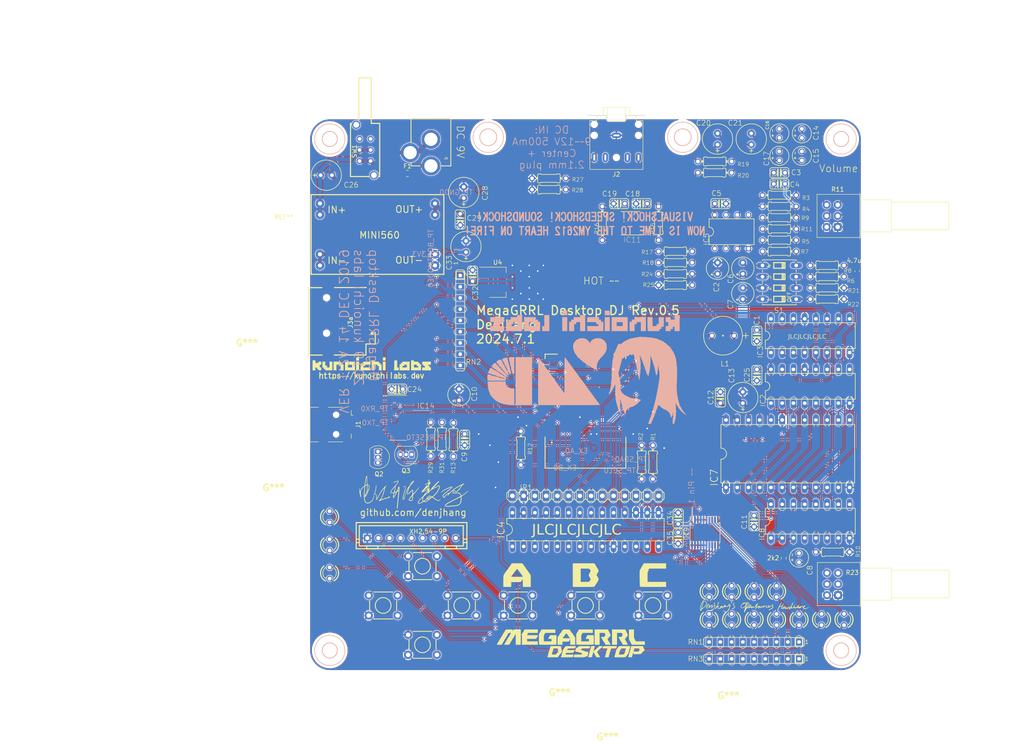
<source format=kicad_pcb>
(kicad_pcb (version 20221018) (generator pcbnew)
  (layers (0 "F.Cu" signal) (31 "B.Cu" signal) (34 "B.Paste" user) (35 "F.Paste" user) (36 "B.SilkS" user "B.Silkscreen") (37 "F.SilkS" user "F.Silkscreen") (38 "B.Mask" user) (39 "F.Mask" user) (44 "Edge.Cuts" user))
  (net 0 "")
  (net 1 "GND")
  (net 2 "SDA")
  (net 3 "SCL")
  (net 4 "CLK_FM")
  (net 5 "CLK_PSG")
  (net 6 "+5V")
  (net 7 "SHCLK")
  (net 8 "SHSTO")
  (net 9 "+3V3")
  (net 10 "KEY_INT")
  (net 11 "VBIAS")
  (net 12 "AUDIO_FML")
  (net 13 "AUDIO_FMR")
  (net 14 "AUDIO_PSG")
  (net 15 "Net-(IC5A--IN)")
  (net 16 "Net-(IC5A-OUT)")
  (net 17 "Net-(IC5B--IN)")
  (net 18 "Net-(IC5B-OUT)")
  (net 19 "+5V{slash}2")
  (net 20 "Net-(S1D-2)")
  (net 21 "Net-(S1B-2)")
  (net 22 "Net-(R14A-E)")
  (net 23 "Net-(C8-Pad+)")
  (net 24 "/MCU & interface/ESP32_RESET")
  (net 25 "Net-(R14B-E)")
  (net 26 "Net-(R14A-S)")
  (net 27 "/Audio/AUDIO_LINEL")
  (net 28 "/Audio/AUDIO_LINER")
  (net 29 "Net-(R14B-S)")
  (net 30 "Net-(IC11-BYPASS)")
  (net 31 "Net-(IC11-VO1)")
  (net 32 "Net-(C20-Pad-)")
  (net 33 "Net-(IC11-VO2)")
  (net 34 "SHDATA")
  (net 35 "Net-(C21-Pad-)")
  (net 36 "/MCU & interface/SD_D0")
  (net 37 "Net-(IC12-IO25)")
  (net 38 "Net-(IC12-IO26)")
  (net 39 "+12V")
  (net 40 "/Sound chips & bus/D1")
  (net 41 "/Sound chips & bus/D2")
  (net 42 "/Sound chips & bus/D3")
  (net 43 "/Sound chips & bus/D4")
  (net 44 "/Sound chips & bus/D5")
  (net 45 "/Sound chips & bus/D6")
  (net 46 "/Sound chips & bus/D7")
  (net 48 "Net-(IC2A-SER)")
  (net 49 "/Sound chips & bus/D0")
  (net 51 "/Sound chips & bus/A1")
  (net 52 "/Sound chips & bus/A0")
  (net 53 "/Sound chips & bus/{slash}IC")
  (net 54 "/Sound chips & bus/{slash}WR")
  (net 55 "/Sound chips & bus/{slash}CS_PSG")
  (net 56 "/Sound chips & bus/{slash}CS_FM")
  (net 67 "/Keys/KEY_C")
  (net 68 "/Keys/KEY_B")
  (net 69 "/Keys/KEY_A")
  (net 70 "/Keys/KEY_RIGHT")
  (net 71 "/Keys/KEY_DOWN")
  (net 72 "/Keys/KEY_LEFT")
  (net 73 "/Keys/KEY_UP")
  (net 77 "Net-(D3-PadA)")
  (net 80 "/LED drivers/PSG1")
  (net 81 "/LED drivers/FM2")
  (net 82 "/LED drivers/FM3")
  (net 83 "/LED drivers/FM4")
  (net 84 "/LED drivers/PSGS")
  (net 85 "/LED drivers/PSG3")
  (net 86 "/LED drivers/PSG2")
  (net 87 "/LED drivers/FM1")
  (net 89 "/LED drivers/FM5")
  (net 90 "/LED drivers/FM6")
  (net 91 "/LED drivers/FMS")
  (net 93 "/LED drivers/USERA")
  (net 94 "/LED drivers/USERB")
  (net 95 "/LED drivers/USERC")
  (net 96 "Net-(IC11-IN1-)")
  (net 97 "Net-(IC11-IN2-)")
  (net 101 "/MCU & interface/LCD_CLK")
  (net 102 "/MCU & interface/LCD_MOSI")
  (net 103 "/MCU & interface/SD_CLK")
  (net 104 "/MCU & interface/SD_D2")
  (net 105 "/MCU & interface/SD_D3")
  (net 112 "/MCU & interface/SD_CMD")
  (net 113 "/MCU & interface/SD_D1")
  (net 115 "/MCU & interface/LCD_{slash}CS")
  (net 116 "/MCU & interface/RXD")
  (net 117 "/MCU & interface/TXD")
  (net 118 "/MCU & interface/LCD_DC")
  (net 119 "Net-(IC14-UD+)")
  (net 120 "Net-(IC14-UD-)")
  (net 127 "Net-(IC14-~{DTR})")
  (net 128 "Net-(JP1-Pad8)")
  (net 135 "/LED drivers/FM1N")
  (net 136 "/LED drivers/FM2N")
  (net 137 "/LED drivers/FM3N")
  (net 138 "/LED drivers/FM4N")
  (net 139 "/LED drivers/FM5N")
  (net 140 "/LED drivers/FM6N")
  (net 141 "/LED drivers/FMSN")
  (net 142 "/LED drivers/PSG1N")
  (net 143 "/LED drivers/PSG2N")
  (net 144 "/LED drivers/PSG3N")
  (net 145 "/LED drivers/PSGSN")
  (net 146 "/LED drivers/USERAN")
  (net 147 "/LED drivers/USERBN")
  (net 148 "/LED drivers/USERCN")
  (net 149 "Net-(IC14-~{RTS})")
  (net 150 "Net-(R23-PadS)")
  (net 152 "Net-(R22-Pad2)")
  (net 157 "Net-(Q2-B)")
  (net 158 "Net-(Q3-B)")
  (net 159 "Net-(S1D-1)")
  (net 160 "Net-(S1B-1)")
  (net 161 "Net-(J2-TIP)")
  (net 162 "Net-(J2-RING)")
  (net 163 "Net-(S1C-1)")
  (net 166 "DC-IN")
  (net 167 "GND-IN")
  (net 168 "AUDIO_PSG2")
  (net 169 "PSG_MIX1")
  (footprint "MegaGRRLDesktop:0204_7" (layer "F.Cu") (at 140.2461 58.6486)
    (fp_text reference "R28")
    (fp_text value "10k")
  )
  (footprint "Silk Screen Art:MegaGRRL Desktop" (layer "F.Cu") (at 145.6 161.4)
    (fp_text reference "G***")
    (fp_text value "LOGO" hide)
  )
  (footprint "MegaGRRLDesktop:LED3MM" (layer "F.Cu") (at 181.5211 149.4536 90)
    (fp_text reference "LED9" hide)
    (fp_text value "LED3MM")
  )
  (footprint "MegaGRRLDesktop:0204_7" (layer "F.Cu") (at 192.3161 70.0786 180)
    (fp_text reference "R5")
    (fp_text value "47k" hide)
  )
  (footprint "MegaGRRLDesktop:E2,5-7" (layer "F.Cu") (at 178.3461 47.2186 90)
    (fp_text reference "C20")
    (fp_text value "100uF" hide)
  )
  (footprint "MegaGRRLDesktop:E2-4" (layer "F.Cu") (at 192.3161 45.9486 90)
    (fp_text reference "C16")
    (fp_text value "1uF" hide)
  )
  (footprint "Fuse:Fuse_0805_2012Metric" (layer "F.Cu") (at 108.2625 55)
    (fp_text reference "F1")
    (fp_text value "Fuse_0805_2012Metric")
  )
  (footprint "MegaGRRLDesktop:C025-024X044" (layer "F.Cu") (at 178.9811 61.8236)
    (fp_text reference "C5")
    (fp_text value "0.1uF" hide)
  )
  (footprint "MegaGRRLDesktop:RL622_SERIES" (layer "F.Cu") (at 177.0761 91.6686 180)
    (fp_text reference "L1")
    (fp_text value "RL622-101K-RC" hide)
  )
  (footprint "MegaGRRLDesktop:0204_7" (layer "F.Cu") (at 168.8211 77.6986 180)
    (fp_text reference "R24")
    (fp_text value "100k" hide)
  )
  (footprint "Silk Screen Art:ABC.kicad2_mod" (layer "F.Cu") (at 148.3 145.5)
    (fp_text reference "G***")
    (fp_text value "LOGO" hide)
  )
  (footprint "MegaGRRLDesktop:C025-024X044" (layer "F.Cu") (at 169.4561 137.3886 -90)
    (fp_text reference "C35")
    (fp_text value "0.1uF" hide)
  )
  (footprint "MegaGRRLDesktop:0204_7" (layer "F.Cu") (at 192.3161 64.9986 180)
    (fp_text reference "R9")
    (fp_text value "5k6" hide)
  )
  (footprint "Capacitor_SMD:C_0603_1608Metric" (layer "F.Cu") (at 209.9 77.075 90)
    (fp_text reference "4.7u")
    (fp_text value "C_0603_1608Metric")
  )
  (footprint "TF Push:TF-SMD_TF-PUSH" (layer "F.Cu") (at 95.7 88.05 -90)
    (fp_text reference "J3a")
    (fp_text value "std:8630a74813a14cdca67e7b05dd5d2bc3")
  )
  (footprint "MegaGRRLDesktop:TACTILE_SWITCH_PTH_6.0MM" (layer "F.Cu") (at 163.7411 152.6286)
    (fp_text reference "SWC0" hide)
    (fp_text value "MOMENTARY-SWITCH-SPST-PTH-6.0MM")
  )
  (footprint "MegaGRRLDesktop:DIP04S" (layer "F.Cu") (at 192.3161 79.6036 90)
    (fp_text reference "S1")
    (fp_text value "DIP04S")
  )
  (footprint "MegaGRRLDesktop:C025-024X044" (layer "F.Cu") (at 121.1961 115.1636 -90)
    (fp_text reference "C9")
    (fp_text value "0.1uF" hide)
  )
  (footprint "MegaGRRLDesktop:0204_7" (layer "F.Cu") (at 192.3161 67.5386 180)
    (fp_text reference "R11")
    (fp_text value "5k6" hide)
  )
  (footprint "MegaGRRLDesktop:0204_7" (layer "F.Cu") (at 116.078 115.062 -90)
    (fp_text reference "R31")
    (fp_text value "10k")
  )
  (footprint "MegaGRRLDesktop:0204_7" (layer "F.Cu") (at 165.0111 66.2686 90)
    (fp_text reference "R15")
    (fp_text value "15k" hide)
  )
  (footprint "MegaGRRLDesktop:LED3MM" (layer "F.Cu") (at 196.7611 155.8036 90)
    (fp_text reference "LED5" hide)
    (fp_text value "LED3MM")
  )
  (footprint "MegaGRRLDesktop:E2,5-7" (layer "F.Cu") (at 185.9661 47.2186 90)
    (fp_text reference "C21")
    (fp_text value "100uF" hide)
  )
  (footprint "MegaGRRLDesktop:0204_7" (layer "F.Cu") (at 177.7111 52.2986 180)
    (fp_text reference "R19")
    (fp_text value "10R" hide)
  )
  (footprint "MegaGRRLDesktop:DIL16" (layer "F.Cu") (at 199.3011 103.0986)
    (fp_text reference "IC2")
    (fp_text value "74HCT595N" hide)
  )
  (footprint "MegaGRRLDesktop:0204_7" (layer "F.Cu") (at 152.3111 66.2686 90)
    (fp_text reference "R16")
    (fp_text value "15k" hide)
  )
  (footprint "MegaGRRLDesktop:LED3MM" (layer "F.Cu") (at 176.4411 155.8036 90)
    (fp_text reference "LED1" hide)
    (fp_text value "LED3MM")
  )
  (footprint "MegaGRRLDesktop:ILI9341_2_4" (layer "F.Cu") (at 148.5011 127.8636)
    (fp_text reference "JP1")
    (fp_text value "ILI9341_2_4")
  )
  (footprint "Library:CONN-TH_9P-P2.50_ZX-XH2.54-9PZZ" (layer "F.Cu") (at 109.2 137.4)
    (fp_text reference "XH2.54-9P")
    (fp_text value "std:f55dec43d47241219f1ef8a3f0efb8e3")
  )
  (footprint "Package_SO:TSSOP-20_4.4x6.5mm_P0.65mm" (layer "F.Cu") (at 175.514 136.144 90)
    (fp_text reference "IC9")
    (fp_text value "PCA9634PW")
  )
  (footprint "MegaGRRLDesktop:0204_7" (layer "F.Cu") (at 192.3161 72.6186 180)
    (fp_text reference "R7")
    (fp_text value "47k" hide)
  )
  (footprint "MegaGRRLDesktop:0204_7" (layer "F.Cu") (at 203.1111 80.8736 180)
    (fp_text reference "R21")
    (fp_text value "2k2" hide)
  )
  (footprint "MegaGRRLDesktop:E2,5-7" (layer "F.Cu") (at 89.93 55.4)
    (fp_text reference "C26")
    (fp_text value "100uF" hide)
  )
  (footprint "MegaGRRLDesktop:LED3MM" (layer "F.Cu") (at 181.5211 155.8036 90)
    (fp_text reference "LED2" hide)
    (fp_text value "LED3MM")
  )
  (footprint "MegaGRRLDesktop:TACTILE_SWITCH_PTH_6.0MM" (layer "F.Cu") (at 111.6711 143.7386)
    (fp_text reference "SWUP0" hide)
    (fp_text value "MOMENTARY-SWITCH-SPST-PTH-6.0MM")
  )
  (footprint "MegaGRRLDesktop:E2-4" (layer "F.Cu") (at 196.7611 141.8336 90)
    (fp_text reference "C8")
    (fp_text value "1uF" hide)
  )
  (footprint "Connector_Audio:Jack_3.5mm_CUI_SJ1-3525N_Horizontal" (layer "F.Cu") (at 155.4861 46.4 180)
    (fp_text reference "J2")
    (fp_text value "35RAPC4BHN2")
    (fp_line (start -2.2 3.5) (end -2.2 4.5) (stroke (width 0.12)) (layer "Edge.Cuts"))
    (fp_line (start -2.2 4.5) (end -6.5 4.5) (stroke (width 0.12)) (layer "Edge.Cuts"))
    (fp_line (start 1.8 3.1) (end -1.8 3.1) (stroke (width 0.12)) (layer "Edge.Cuts"))
    (fp_line (start 2.2 3.5) (end 2.2 4.5) (stroke (width 0.12)) (layer "Edge.Cuts"))
    (fp_line (start 2.2 4.5) (end 6.5 4.5) (stroke (width 0.12)) (layer "Edge.Cuts"))
    (fp_arc (start -2.2 3.5) (mid -2.082842 3.217158) (end -1.8 3.1) (stroke (width 0.12)) (layer "Edge.Cuts"))
    (fp_arc (start 1.8 3.1) (mid 2.082843 3.217157) (end 2.2 3.5) (stroke (width 0.12)) (layer "Edge.Cuts"))
  )
  (footprint "MegaGRRLDesktop:C025-024X044" (layer "F.Cu") (at 120.2 65.4 -90)
    (fp_text reference "C29")
    (fp_text value "0.1uF" hide)
  )
  (footprint "MegaGRRLDesktop:SIL9" (layer "F.Cu") (at 186.6011 164.6936 180)
    (fp_text reference "RN3")
    (fp_text value "1k")
  )
  (footprint "Silk Screen Art:website" (layer "F.Cu") (at 100.437213 98.990518)
    (fp_text reference "G***")
    (fp_text value "LOGO" hide)
  )
  (footprint "MegaGRRLDesktop:TACTILE_SWITCH_PTH_6.0MM" (layer "F.Cu") (at 102.7811 152.6286)
    (fp_text reference "SWLEFT0" hide)
    (fp_text value "MOMENTARY-SWITCH-SPST-PTH-6.0MM")
  )
  (footprint "MegaGRRLDesktop:0204_7" (layer "F.Cu") (at 140.2461 56.1086)
    (fp_text reference "R27")
    (fp_text value "10k")
  )
  (footprint "MegaGRRLDesktop:C025-024X044" (layer "F.Cu") (at 123 78.1 90)
    (fp_text reference "C32")
    (fp_text value "0.1uF" hide)
  )
  (footprint "MegaGRRLDesktop:E2,5-5" (layer "F.Cu") (at 178.3461 76.4286 90)
    (fp_text reference "C2")
    (fp_text value "10uF" hide)
  )
  (footprint "Connector_USB:USB_Mini-B_Lumberg_2486_01_Horizontal" (layer "F.Cu") (at 92.15 111.75 -90)
    (fp_text reference "J1")
    (fp_text value "USB_B_Mini")
  )
  (footprint "MegaGRRLDesktop:SIL9" (layer "F.Cu") (at 186.6011 160.8836 180)
    (fp_text reference "RN1")
    (fp_text value "1k")
  )
  (footprint "MegaGRRLDesktop:TACTILE_SWITCH_PTH_6.0MM" (layer "F.Cu") (at 111.6711 161.5186)
    (fp_text reference "SWDOWN0" hide)
    (fp_text value "MOMENTARY-SWITCH-SPST-PTH-6.0MM")
  )
  (footprint "Potentiometer_THT:Potentiometer_Alps_RK097_Dual_Horizontal" (layer "F.Cu") (at 205.5 67.1 180)
    (fp_text reference "R11")
    (fp_text value "Potentiometer_Alps_RK097_Dual_Horizontal")
    (fp_line (start -5 -2.7) (end -5 7.7) (stroke (width 0.1)) (layer "Edge.Cuts"))
  )
  (footprint "MegaGRRLDesktop:LED3MM" (layer "F.Cu") (at 191.6811 155.8036 90)
    (fp_text reference "LED4" hide)
    (fp_text value "LED3MM")
  )
  (footprint "MegaGRRLDesktop:SIL9" (layer "F.Cu") (at 120.2 88.22 -90)
    (fp_text reference "RN2")
    (fp_text value "10k" hide)
  )
  (footprint "MegaGRRLDesktop:C025-024X044" (layer "F.Cu") (at 187.2361 91.6686 -90)
    (fp_text reference "C1")
    (fp_text value "0.1uF" hide)
  )
  (footprint "MegaGRRLDesktop:0204_7" (layer "F.Cu") (at 168.8211 72.6186 180)
    (fp_text reference "R17")
    (fp_text value "10k" hide)
  )
  (footprint "Package_TO_SOT_THT:TO-92_Inline" (layer "F.Cu") (at 109.22 118.512 180)
    (fp_text reference "Q3")
    (fp_text value "2SC1815")
  )
  (footprint "Silk Screen Art:Denjhang" (layer "F.Cu") (at 186.8 153)
    (fp_text reference "G***")
    (fp_text value "LOGO" hide)
  )
  (footprint "MegaGRRLDesktop:LED3MM" (layer "F.Cu") (at 201.8411 155.8036 90)
    (fp_text reference "LED6" hide)
    (fp_text value "LED3MM")
  )
  (footprint "MegaGRRLDesktop:LED3MM" (layer "F.Cu") (at 186.6011 155.8036 90)
    (fp_text reference "LED3" hide)
    (fp_text value "LED3MM")
  )
  (footprint "MegaGRRLDesktop:DIL08" (layer "F.Cu") (at 181.5211 68.1736)
    (fp_text reference "IC5")
    (fp_text value "NE5532N" hide)
  )
  (footprint "Library:MINI560DC-DC" (layer "F.Cu") (at 101.5 68.8)
    (fp_text reference "REF**")
    (fp_text value "std:49f2b71367e441ef98f3fd00a8fa66d5")
  )
  (footprint "MegaGRRLDesktop:0204_7" (layer "F.Cu") (at 192.3161 62.4586)
    (fp_text reference "R4")
    (fp_text value "82k" hide)
  )
  (footprint "MegaGRRLDesktop:E2,5-7" (layer "F.Cu") (at 121.5 71.53 90)
    (fp_text reference "C33")
    (fp_text value "100uF" hide)
  )
  (footprint "MegaGRRLDesktop:LED3MM" (layer "F.Cu") (at 191.6811 149.4536 90)
    (fp_text reference "LED11" hide)
    (fp_text value "LED3MM")
  )
  (footprint "MegaGRRLDesktop:C025-024X044" (layer "F.Cu") (at 192.3161 57.3786 180)
    (fp_text reference "C4")
    (fp_text value "120pF")
  )
  (footprint "MegaGRRLDesktop:0204_7" (layer "F.Cu") (at 163.7411 120.2436 90)
    (fp_text reference "R1")
    (fp_text value "2k2")
  )
  (footprint "MegaGRRLDesktop:LED3MM" (layer "F.Cu") (at 90.678 132.588 90)
    (fp_text reference "LED12" hide)
    (fp_text value "LED3MM")
  )
  (footprint "Resistor_SMD:R_0603_1608Metric" (layer "F.Cu") (at 193.3 141.925 -90)
    (fp_text reference "2k2")
    (fp_text value "R_0603_1608Metric")
  )
  (footprint "MegaGRRLDesktop:E2,5-7" (layer "F.Cu") (at 184.0611 105.6386 90)
    (fp_text reference "C13")
    (fp_text value "330uF" hide)
  )
  (footprint "MegaGRRLDesktop:0204_7" (layer "F.Cu") (at 118.6561 115.1636 90)
    (fp_text reference "R13")
    (fp_text value "10k" hide)
  )
  (footprint "MegaGRRLDesktop:C025-024X044" (layer "F.Cu") (at 105.9561 103.7336 180)
    (fp_text reference "C24")
    (fp_text value "0.1uF" hide)
  )
  (footprint "MegaGRRLDesktop:0204_7" (layer "F.Cu") (at 203.1111 78.3336)
    (fp_text reference "R6")
    (fp_text value "47K" hide)
  )
  (footprint "MegaGRRLDesktop:LED3MM" (layer "F.Cu") (at 90.678 138.938 90)
    (fp_text reference "LED13" hide)
    (fp_text value "LED3MM")
  )
  (footprint "MegaGRRLDesktop:0204_7" (layer "F.Cu") (at 192.3161 59.9186)
    (fp_text reference "R3")
    (fp_text value "82k" hide)
  )
  (footprint "MegaGRRLDesktop:DIL16" (layer "F.Cu") (at 199.3011 91.6686)
    (fp_text reference "IC3")
    (fp_text value "74HCT595N" hide)
  )
  (footprint "MegaGRRLDesktop:LED3MM" (layer "F.Cu") (at 206.9211 155.8036 90)
    (fp_text reference "LED7" hide)
    (fp_text value "LED3MM")
  )
  (footprint "MegaGRRLDesktop:0204_7" (layer "F.Cu") (at 203.1111 83.4136 180)
    (fp_text reference "R22")
    (fp_text value "2k2" hide)
  )
  (footprint "MegaGRRLDesktop:E2,5-5" (layer "F.Cu") (at 184.0611 76.4286 90)
    (fp_text reference "C6")
    (fp_text value "10uF" hide)
  )
  (footprint "Potentiometer_THT:Potentiometer_Alps_RK097_Dual_Horizontal" (layer "F.Cu") (at 205.575 150.3 180)
    (fp_text reference "R23")
    (fp_text value "Potentiometer_Alps_RK097_Dual_Horizontal")
    (fp_line (start -5 -2.7) (end -5 7.7) (stroke (width 0.1)) (layer "Edge.Cuts"))
  )
  (footprint "MegaGRRLDesktop:C025-024X044" (layer "F.Cu") (at 161.2011 61.8236 180)
    (fp_text reference "C18")
    (fp_text value "0.1uF" hide)
  )
  (footprint "MegaGRRLDesktop:TACTILE_SWITCH_PTH_6.0MM" (layer "F.Cu") (at 133.2611 152.6286)
    (fp_text reference "SWA0" hide)
    (fp_text value "MOMENTARY-SWITCH-SPST-PTH-6.0MM")
  )
  (footprint "MegaGRRLDesktop:E2-4" (layer "F.Cu") (at 197.3961 45.9486 90)
    (fp_text reference "C14")
    (fp_text value "1uF" hide)
  )
  (footprint "Package_TO_SOT_SMD:SOT-223" (layer "F.Cu") (at 128.65 79.6)
    (fp_text reference "U4")
    (fp_text value "AMS1117-3.3V")
  )
  (footprint "MegaGRRLDesktop:C025-024X044" (layer "F.Cu") (at 186.6011 133.5786 -90)
    (fp_text reference "C11")
    (fp_text value "0.1uF" hide)
  )
  (footprint "MegaGRRLDesktop:C025-024X044" (layer "F.Cu") (at 187.2361 100.5586 -90)
    (fp_text reference "C25")
    (fp_text value "0.1uF" hide)
  )
  (footprint "MegaGRRLDesktop:E2,5-7" (layer "F.Cu") (at 121 59.3 90)
    (fp_text reference "C28")
    (fp_text value "100uF" hide)
  )
  (footprint "MegaGRRLDesktop:LED3MM" (layer "F.Cu") (at 176.4411 149.4536 90)
    (fp_text reference "LED8" hide)
    (fp_text value "LED3MM")
  )
  (footprint "MegaGRRLDesktop:YM2612" (layer "F.Cu") (at 194.2211 118.3386)
    (fp_text reference "IC7")
    (fp_text value "YM2612")
  )
  (footprint "MegaGRRLDesktop:0204_7" (layer "F.Cu") (at 204.3811 140.5636)
    (fp_text reference "R10")
    (fp_text value "2k2" hide)
  )
  (footprint "MegaGRRLDesktop:C025-024X044" (layer "F.Cu") (at 156.1211 61.8236 180)
    (fp_text reference "C19")
    (fp_text value "0.1uF" hide)
  )
  (footprint "MegaGRRLDesktop:C025-024X044" (layer "F.Cu") (at 178.9811 105.6386 90)
    (fp_text reference "C12")
    (fp_text value "0.1uF" hide)
  )
  (footprint "MegaGRRLDesktop:SN76489" (layer "F.Cu") (at 194.2211 133.5786)
    (fp_text reference "IC8")
    (fp_text value "SN76489")
  )
  (footprint "MegaGRRLDesktop:0204_7" (layer "F.Cu") (at 203.1111 75.7936)
    (fp_text reference "R8")
    (fp_text value "47K" hide)
  )
  (footprint "kicad_lceda:SW-TH_PS-22E05" (layer "F.Cu") (at 98.7 49.7 90)
    (fp_text reference "SW1")
    (fp_text value "std:d3d4a25bb1344bd597a3916e4358391c")
  )
  (footprint "MegaGRRLDesktop:C025-024X044" (layer "F.Cu") (at 192.3161 54.8386 180)
    (fp_text reference "C3")
    (fp_text value "120pF")
  )
  (footprint "Package_SO:SOIC-16_3.9x9.9mm_P1.27mm" (layer "F.Cu") (at 106.172 110.236)
    (fp_text reference "IC14")
    (fp_text value "CH340C")
  )
  (footprint "MegaGRRLDesktop:0204_7" (layer "F.Cu") (at 168.8211 75.1586 180)
    (fp_text reference "R18")
    (fp_text value "10k" hide)
  )
  (footprint "MegaGRRLDesktop:0204_7" (layer "F.Cu") (at 133.8961 117.0686 90)
    (fp_text reference "R12")
    (fp_text value "100R" hide)
  )
  (footprint "MegaGRRLDesktop:POWER_JACK_PTH" (layer "F.Cu") (at 113.5761 39.5986 180)
    (fp_text reference "J4")
    (fp_text value "POWER_JACK" hide)
  )
  (footprint "MegaGRRLDesktop:D8" (layer "F.Cu") (at 158.6611 66.2686)
    (fp_text reference "IC11")
    (fp_text value "TPA6111A2DR" hide)
  )
  (footprint "Package_TO_SOT_THT:TO-92_Inline" (layer "F.Cu") (at 101.6 117.856 -90)
    (fp_text reference "Q2")
    (fp_text value "2SC1815")
  )
  (footprint "MegaGRRLDesktop:TACTILE_SWITCH_PTH_6.0MM" (layer "F.Cu") (at 120.5611 152.6286)
    (fp_text reference "SWRIGHT0" hide)
    (fp_text value "MOMENTARY-SWITCH-SPST-PTH-6.0MM")
  )
  (footprint "MegaGRRLDesktop:E2-4" (layer "F.Cu") (at 192.3161 51.0286 90)
    (fp_text reference "C17")
    (fp_text value "1uF" hide)
  )
  (footprint "MegaGRRLDesktop:0204_7" (layer "F.Cu") (at 177.7111 54.8386 180)
    (fp_text reference "R20")
    (fp_text value "10R" hide)
  )
  (footprint "MegaGRRLDesktop:0204_7" (layer "F.Cu") (at 168.8211 80.2386)
    (fp_text reference "R25")
    (fp_text value "100k" hide)
  )
  (footprint "MegaGRRLDesktop:TACTILE_SWITCH_PTH_6.0MM" (layer "F.Cu") (at 148.5011 152.6286)
    (fp_text reference "SWB0" hide)
    (fp_text value "MOMENTARY-SWITCH-SPST-PTH-6.0MM")
  )
  (footprint "MegaGRRLDesktop:LED3MM" (layer "F.Cu") (at 90.678 145.288 90)
    (fp_text reference "LED14" hide)
    (fp_text value "LED3MM")
  )
  (footprint "MegaGRRLDesktop:E2,5-5" (layer "F.Cu") (at 184.0611 82.1436 90)
    (fp_text reference "C7")
    (fp_text value "10uF" hide)
  )
  (footprint "Silk Screen Art:电江" (layer "F.Cu") (at 109.5 127)
    (fp_text reference "G***")
    (fp_text value "LOGO" hide)
  )
  (footprint "MegaGRRLDesktop:0204_7" (layer "F.Cu") (at 113.538 115.062 -90)
    (fp_text reference "R29")
    (fp_text value "10k")
  )
  (footprint "MegaGRRLDesktop:ESP-WROOM-32-NO-RF" (layer "F.Cu") (at 148.5011 106.2736 -90)
    (fp_text reference "IC12")
    (fp_text value "ESP-WROOM-32ESP-WROOM-32-NO-RF")
  )
  (footprint "MegaGRRLDesktop:E2-4" (layer "F.Cu") (at 197.3961 51.0286 90)
    (fp_text reference "C15")
    (fp_text value "1uF" hide)
  )
  (footprint "MegaGRRLDesktop:C025-024X044" (layer "F.Cu") (at 169.4561 132.9436 90)
    (fp_text reference "C34")
    (fp_text value "0.1uF" hide)
  )
  (footprint "MegaGRRLDesktop:LED3MM" (layer "F.Cu") (at 186.6011 149.4536 90)
    (fp_text reference "LED10" hide)
    (fp_text value "LED3MM")
  )
  (footprint "MegaGRRLDesktop:0204_7" (layer "F.Cu") (at 161.2011 120.2436 90)
    (fp_text reference "R2")
    (fp_text value "2k2")
  )
  (footprint "MegaGRRLDesktop:DIL28-3" (layer "F.Cu") (at 148.5011 135.4836)
    (fp_text reference "IC4")
    (fp_text value "MCP23017SP" hide)
  )
  (footprint "MegaGRRLDesktop:E2,5-5" (layer "F.Cu") (at 119.9261 105.0036 90)
    (fp_text reference "C10")
    (fp_text value "10uF" hide)
  )
  (footprint "Silk Screen Art:heart on fire" (layer "B.Cu") (at 148.6 66.6 180)
    (fp_text reference "G***" hide)
    (fp_text value "LOGO" hide)
  )
  (footprint "Package_SO:TSSOP-20_4.4x6.5mm_P0.65mm" (layer "B.Cu") (at 175.514 136.144 -90)
    (fp_text reference "IC10")
    (fp_text value "PCA9634PW")
  )
  (footprint "MegaGRRLDesktop:B1,27" (layer "B.Cu") (at 161.2011 121.5136 180)
    (property "Value" "")
    (fp_text reference "TP_SCL0")
    (fp_text value "TPB1,27")
  )
  (footprint "MegaGRRLDesktop:B1,27" (layer "B.Cu") (at 116.7511 72.6186 180)
    (property "Value" "")
    (fp_text reference "TP_3V3")
    (fp_text value "TPB1,27")
  )
  (footprint "MegaGRRLDesktop:B1,27" (layer "B.Cu") (at 105.3211 107.5436 180)
    (property "Value" "")
    (fp_text reference "TP_RX0")
    (fp_text value "TPB1,27")
  )
  (footprint "MegaGRRLDesktop:3,6" (layer "B.Cu") (at 126.5301 46.8376 180)
    (fp_text reference "H5" hide)
    (fp_text value "MOUNT-HOLE3.6" hide)
  )
  (footprint "MegaGRRLDesktop:B1,27" (layer "B.Cu") (at 124.3711 58.6486 180)
    (property "Value" "")
    (fp_text reference "TP_GND0")
    (fp_text value "TPB1,27")
  )
  (footprint "MegaGRRLDesktop:3,2" (layer "B.Cu") (at 90.7161 47.2186 180)
    (fp_text reference "H3" hide)
    (fp_text value "MOUNT-HOLE3.2" hide)
  )
  (footprint "MegaGRRLDesktop:B1,27" (layer "B.Cu") (at 150.4061 117.0686 180)
    (property "Value" "")
    (fp_text reference "EX_A0")
    (fp_text value "TPB1,27")
  )
  (footprint "MegaGRRLDesktop:3,6" (layer "B.Cu") (at 170.4721 46.8376 180)
    (fp_text reference "H6" hide)
    (fp_text value "MOUNT-HOLE3.6" hide)
  )
  (footprint "MegaGRRLDesktop:3,2" (layer "B.Cu") (at 206.2861 47.2186 180)
    (fp_text reference "H8" hide)
    (fp_text value "MOUNT-HOLE3.2" hide)
  )
  (footprint "MegaGRRLDesktop:B1,27" (layer "B.Cu") (at 112.9411 79.6036 180)
    (property "Value" "")
    (fp_text reference "TP_BOOTMODE0")
    (fp_text value "TPB1,27")
  )
  (footprint "MegaGRRLDesktop:B1,27" (layer "B.Cu") (at 105.3211 110.7186 180)
    (property "Value" "")
    (fp_text reference "TP_TX0")
    (fp_text value "TPB1,27")
  )
  (footprint "MegaGRRLDesktop:B1,27" (layer "B.Cu") (at 147.8661 120.8786 180)
    (property "Value" "")
    (fp_text reference "EX_B0")
    (fp_text value "TPB1,27")
  )
  (footprint "MegaGRRLDesktop:B1,27" (layer "B.Cu") (at 118.618 114.046 180)
    (property "Value" "")
    (fp_text reference "TP_RESET0")
    (fp_text value "TPB1,27")
  )
  (footprint "MegaGRRLDesktop:3,2" (layer "B.Cu") (at 90.7161 162.7886 180)
    (fp_text reference "H4" hide)
    (fp_text value "MOUNT-HOLE3.2" hide)
  )
  (footprint "MegaGRRLDesktop:3,2" (layer "B.Cu") (at 206.2861 162.7886 180)
    (fp_text reference "H7" hide)
    (fp_text value "MOUNT-HOLE3.2" hide)
  )
  (footprint "Silk Screen Art:natalie-md" (layer "B.Cu") (at 148.8 99 180)
    (fp_text reference "G***" hide)
    (fp_text value "LOGO" hide)
  )
  (footprint "MegaGRRLDesktop:B1,27" (layer "B.Cu") (at 163.7411 118.9736 180)
    (property "Value" "")
    (fp_text reference "TP_SDA0")
    (fp_text value "TPB1,27")
  )
  (gr_line (start 172.6311 130.4036) (end 172.6311 133.5786) (stroke (width 0.3048)) (layer "B.SilkS"))
  (gr_arc (start 86.2711 47.2186) (mid 87.57301 44.07551) (end 90.7161 42.7736) (stroke (width 0.0254)) (layer "Edge.Cuts"))
  (gr_line (start 86.2711 47.2186) (end 86.2711 162.7886) (stroke (width 0.0254)) (layer "Edge.Cuts"))
  (gr_line (start 90.7161 167.2336) (end 206.2861 167.2336) (stroke (width 0.0254)) (layer "Edge.Cuts"))
  (gr_arc (start 90.7161 167.2336) (mid 87.57301 165.93169) (end 86.2711 162.7886) (stroke (width 0.0254)) (layer "Edge.Cuts"))
  (gr_line (start 206.2861 42.7736) (end 90.7161 42.7736) (stroke (width 0.0254)) (layer "Edge.Cuts"))
  (gr_arc (start 206.2861 42.7736) (mid 209.42919 44.07551) (end 210.7311 47.2186) (stroke (width 0.0254)) (layer "Edge.Cuts"))
  (gr_line (start 210.7311 162.7886) (end 210.7311 47.2186) (stroke (width 0.0254)) (layer "Edge.Cuts"))
  (gr_arc (start 210.7311 162.7886) (mid 209.42919 165.93169) (end 206.2861 167.2336) (stroke (width 0.0254)) (layer "Edge.Cuts"))
  (gr_text "MegaGRRL Desktop\n2019 kunoichi labs\nVER 1.2A 14 DEC 2019" (at 92.6211 71.9836 -90) (layer "B.SilkS") (effects (font (size 2.10312 2.10312) (thickness 0.18288)) (justify right bottom mirror)))
  (gr_text "DC IN:\n9~~12V 500mA\nCenter +\n2.1mm plug" (at 140.8811 49.1236) (layer "B.SilkS") (effects (font (size 1.63576 1.63576) (thickness 0.14224)) (justify mirror)))
  (gr_text "~~ Pin 1 ~~" (at 173.2661 121.5136 -270) (layer "B.SilkS") (effects (font (size 1.308608 1.308608) (thickness 0.113792)) (justify left bottom mirror)))
  (gr_text "JLCJLCJLCJLC" (at 194.3 92.5) (layer "F.SilkS") (effects (font (size 1 1) (thickness 0.2032)) (justify left bottom)))
  (gr_text "MegaGRRL Desktop DJ Rev.0.5\nDenjhang\n2024.7.1\n\n" (at 123.6 96.8) (layer "F.SilkS") (effects (font (size 2 2) (thickness 0.3)) (justify left bottom)))
  (gr_text "github.com/denjhang" (at 97.4 132.5) (layer "F.SilkS") (effects (font (size 1.5 1.5) (thickness 0.2)) (justify left bottom)))
  (gr_text "DC 9V\n" (at 119.2911 44.0436 270) (layer "F.SilkS") (effects (font (size 1.63576 1.63576) (thickness 0.14224)) (justify left bottom)))
  (gr_text "IC14" (at 110.4 108.2) (layer "F.SilkS") (effects (font (size 1.1684 1.1684) (thickness 0.1016)) (justify left bottom)))
  (gr_text "Volume" (at 201.2061 54.8386) (layer "F.SilkS") (effects (font (size 1.63576 1.63576) (thickness 0.14224)) (justify left bottom)))
  (gr_text "JLCJLCJLCJLC" (at 136.4 137) (layer "F.SilkS") (effects (font (size 2.3368 2.3368) (thickness 0.2032)) (justify left bottom)))
  (gr_text "HOT ~~" (at 147.8661 80.2386) (layer "F.SilkS") (effects (font (size 1.63576 1.63576) (thickness 0.14224)) (justify left bottom)))
  (via (at 135.8011 75.7936) (size 0.7564) (drill 0.35) (layers "F.Cu" "B.Cu") (net 1))
  (via (at 128.1811 125.9586) (size 0.7564) (drill 0.35) (layers "F.Cu" "B.Cu") (net 1))
  (via (at 166.2811 117.0686) (size 0.7564) (drill 0.35) (layers "F.Cu" "B.Cu") (net 1))
  (via (at 135.8011 78.3336) (size 0.7564) (drill 0.35) (layers "F.Cu" "B.Cu") (net 1))
  (via (at 138.9761 75.7936) (size 0.7564) (drill 0.35) (layers "F.Cu" "B.Cu") (net 1))
  (via (at 126.9111 116.4336) (size 0.7564) (drill 0.35) (layers "F.Cu" "B.Cu") (net 1))
  (via (at 174.752 140.462) (size 0.8) (drill 0.4) (layers "F.Cu" "B.Cu") (net 1))
  (via (at 159.2961 113.8936) (size 0.7564) (drill 0.35) (layers "F.Cu" "B.Cu") (net 1))
  (via (at 124.3711 113.8936) (size 0.7564) (drill 0.35) (layers "F.Cu" "B.Cu") (net 1))
  (via (at 133.8961 77.0636) (size 0.7564) (drill 0.35) (layers "F.Cu" "B.Cu") (net 1))
  (via (at 147.2311 110.0836) (size 0.7564) (drill 0.35) (layers "F.Cu" "B.Cu") (net 1))
  (via (at 135.1661 111.9886) (size 0.7564) (drill 0.35) (layers "F.Cu" "B.Cu") (net 1))
  (via (at 131.9911 75.7936) (size 0.7564) (drill 0.35) (layers "F.Cu" "B.Cu") (net 1))
  (via (at 151.0411 113.8936) (size 0.7564) (drill 0.35) (layers "F.Cu" "B.Cu") (net 1))
  (via (at 133.8961 82.1436) (size 0.7564) (drill 0.35) (layers "F.Cu" "B.Cu") (net 1))
  (via (at 131.9911 83.4136) (size 0.7564) (drill 0.35) (layers "F.Cu" "B.Cu") (net 1))
  (via (at 138.9761 83.4136) (size 0.7564) (drill 0.35) (layers "F.Cu" "B.Cu") (net 1))
  (via (at 128.8161 120.2436) (size 0.7564) (drill 0.35) (layers "F.Cu" "B.Cu") (net 1))
  (via (at 162.4711 112.6236) (size 0.7564) (drill 0.35) (layers "F.Cu" "B.Cu") (net 1))
  (via (at 137.7061 82.1436) (size 0.7564) (drill 0.35) (layers "F.Cu" "B.Cu") (net 1))
  (via (at 135.8011 80.8736) (size 0.7564) (drill 0.35) (layers "F.Cu" "B.Cu") (net 1))
  (via (at 149.7711 113.8936) (size 0.7564) (drill 0.35) (layers "F.Cu" "B.Cu") (net 1))
  (via (at 135.8011 83.4136) (size 0.7564) (drill 0.35) (layers "F.Cu" "B.Cu") (net 1))
  (via (at 133.2611 110.0836) (size 0.7564) (drill 0.35) (layers "F.Cu" "B.Cu") (net 1))
  (via (at 137.7061 77.0636) (size 0.7564) (drill 0.35) (layers "F.Cu" "B.Cu") (net 1))
  (via (at 163.7411 108.8136) (size 0.7564) (drill 0.35) (layers "F.Cu" "B.Cu") (net 1))
  (segment (start 173.239 133.2815) (end 173.228 133.2705) (width 0.25) (layer "F.Cu") (net 2))
  (segment (start 161.8361 121.5136) (end 163.7411 123.4186) (width 0.3048) (layer "F.Cu") (net 2))
  (segment (start 143.4211 103.7336) (end 143.4211 113.8936) (width 0.3048) (layer "F.Cu") (net 2))
  (segment (start 140.9611 101.2736) (end 143.4211 103.7336) (width 0.3048) (layer "F.Cu") (net 2))
  (segment (start 156.7561 121.5136) (end 161.8361 121.5136) (width 0.3048) (layer "F.Cu") (net 2))
  (segment (start 173.228 133.2705) (end 173.228 128.524) (width 0.25) (layer "F.Cu") (net 2))
  (segment (start 168.7576 124.0536) (end 163.7411 124.0536) (width 0.25) (layer "F.Cu") (net 2))
  (segment (start 153.5811 118.3386) (end 156.7561 121.5136) (width 0.3048) (layer "F.Cu") (net 2))
  (segment (start 139.5011 101.2736) (end 140.9611 101.2736) (width 0.3048) (layer "F.Cu") (net 2))
  (segment (start 162.4711 138.0236) (end 163.7411 136.7536) (width 0.3048) (layer "F.Cu") (net 2))
  (segment (start 173.228 128.524) (end 168.7576 124.0536) (width 0.25) (layer "F.Cu") (net 2))
  (segment (start 143.4211 118.3386) (end 153.5811 118.3386) (width 0.3048) (layer "F.Cu") (net 2))
  (segment (start 163.7411 123.4186) (end 163.7411 124.0536) (width 0.3048) (layer "F.Cu") (net 2))
  (segment (start 163.7411 136.7536) (end 163.7411 124.0536) (width 0.3048) (layer "F.Cu") (net 2))
  (segment (start 162.4711 139.2936) (end 162.4711 138.0236) (width 0.3048) (layer "F.Cu") (net 2))
  (via (at 143.4211 118.3386) (size 0.7564) (drill 0.35) (layers "F.Cu" "B.Cu") (net 2))
  (via (at 143.4211 113.8936) (size 0.7564) (drill 0.35) (layers "F.Cu" "B.Cu") (net 2))
  (segment (start 163.322 137.668) (end 170.18 137.668) (width 0.3048) (layer "B.Cu") (net 2))
  (segment (start 173.239 139.943) (end 173.239 139.0065) (width 0.3048) (layer "B.Cu") (net 2))
  (segment (start 172.974 140.208) (end 173.239 139.943) (width 0.3048) (layer "B.Cu") (net 2))
  (segment (start 170.18 137.668) (end 171.831 139.319) (width 0.3048) (layer "B.Cu") (net 2))
  (segment (start 143.4211 113.8936) (end 143.4211 118.3386) (width 0.3048) (layer "B.Cu") (net 2))
  (segment (start 163.7411 124.0536) (end 163.7411 118.9736) (width 0.3048) (layer "B.Cu") (net 2))
  (segment (start 171.831 139.319) (end 171.831 139.827) (width 0.3048) (layer "B.Cu") (net 2))
  (segment (start 171.831 139.827) (end 172.212 140.208) (width 0.3048) (layer "B.Cu") (net 2))
  (segment (start 162.4711 139.2936) (end 162.4711 138.5189) (width 0.3048) (layer "B.Cu") (net 2))
  (segment (start 162.4711 138.5189) (end 163.322 137.668) (width 0.3048) (layer "B.Cu") (net 2))
  (segment (start 172.212 140.208) (end 172.974 140.208) (width 0.3048) (layer "B.Cu") (net 2))
  (segment (start 144.6911 119.6086) (end 152.9461 119.6086) (width 0.3048) (layer "F.Cu") (net 3))
  (segment (start 173.889 131.165) (end 174.244 130.81) (width 0.25) (layer "F.Cu") (net 3))
  (segment (start 144.6911 103.0986) (end 144.6911 113.8936) (width 0.3048) (layer "F.Cu") (net 3))
  (segment (start 152.9461 119.6086) (end 157.3911 124.0536) (width 0.3048) (layer "F.Cu") (net 3))
  (segment (start 161.2011 136.7536) (end 161.2011 129.9591) (width 0.3048) (layer "F.Cu") (net 3))
  (segment (start 173.889 133.2815) (end 173.889 131.165) (width 0.25) (layer "F.Cu") (net 3))
  (segment (start 159.9311 139.2936) (end 159.9311 138.0236) (width 0.3048) (layer "F.Cu") (net 3))
  (segment (start 139.5011 100.0036) (end 141.5961 100.0036) (width 0.3048) (layer "F.Cu") (net 3))
  (segment (start 161.2011 129.9591) (end 161.2011 124.0536) (width 0.3048) (layer "F.Cu") (net 3))
  (segment (start 157.3911 124.0536) (end 161.2011 124.0536) (width 0.3048) (layer "F.Cu") (net 3))
  (segment (start 141.5961 100.0036) (end 144.6911 103.0986) (width 0.3048) (layer "F.Cu") (net 3))
  (segment (start 159.9311 138.0236) (end 161.2011 136.7536) (width 0.3048) (layer "F.Cu") (net 3))
  (via (at 161.2011 129.9591) (size 0.8) (drill 0.4) (layers "F.Cu" "B.Cu") (net 3))
  (via (at 144.6911 119.6086) (size 0.7564) (drill 0.35) (layers "F.Cu" "B.Cu") (net 3))
  (via (at 174.244 130.81) (size 0.8) (drill 0.4) (layers "F.Cu" "B.Cu") (net 3))
  (via (at 144.6911 113.8936) (size 0.7564) (drill 0.35) (layers "F.Cu" "B.Cu") (net 3))
  (segment (start 173.3931 129.9591) (end 161.2011 129.9591) (width 0.25) (layer "B.Cu") (net 3))
  (segment (start 161.2011 124.0536) (end 161.2011 121.5136) (width 0.3048) (layer "B.Cu") (net 3))
  (segment (start 173.889 140.055) (end 173.228 140.716) (width 0.25) (layer "B.Cu") (net 3))
  (segment (start 171.785 140.543) (end 171.958 140.716) (width 0.25) (layer "B.Cu") (net 3))
  (segment (start 165.354 140.97) (end 165.781 140.543) (width 0.25) (layer "B.Cu") (net 3))
  (segment (start 165.781 140.543) (end 171.785 140.543) (width 0.25) (layer "B.Cu") (net 3))
  (segment (start 174.244 130.81) (end 173.3931 129.9591) (width 0.25) (layer "B.Cu") (net 3))
  (segment (start 173.889 139.0065) (end 173.889 140.055) (width 0.25) (layer "B.Cu") (net 3))
  (segment (start 171.958 140.716) (end 173.228 140.716) (width 0.25) (layer "B.Cu") (net 3))
  (segment (start 161.6075 140.97) (end 165.354 140.97) (width 0.25) (layer "B.Cu") (net 3))
  (segment (start 144.6911 113.8936) (end 144.6911 119.6086) (width 0.3048) (layer "B.Cu") (net 3))
  (segment (start 159.9311 139.2936) (end 161.6075 140.97) (width 0.25) (layer "B.Cu") (net 3))
  (segment (start 139.5011 102.5436) (end 137.7861 102.5436) (width 0.3048) (layer "F.Cu") (net 4))
  (segment (start 137.7061 93.5736) (end 163.1061 93.5736) (width 0.3048) (layer "F.Cu") (net 4))
  (segment (start 163.1061 93.5736) (end 180.2511 110.7186) (width 0.3048) (layer "F.Cu") (net 4))
  (segment (start 136.4361 94.8436) (end 137.7061 93.5736) (width 0.3048) (layer "F.Cu") (net 4))
  (segment (start 137.7861 102.5436) (end 136.4361 101.1936) (width 0.3048) (layer "F.Cu") (net 4))
  (segment (start 136.4361 101.1936) (end 136.4361 94.8436) (width 0.3048) (layer "F.Cu") (net 4))
  (segment (start 157.5011 103.8136) (end 166.9961 103.8136) (width 0.3048) (layer "F.Cu") (net 5))
  (segment (start 194.8561 131.6736) (end 195.4911 131.0386) (width 0.3048) (layer "F.Cu") (net 5))
  (segment (start 186.6011 130.4036) (end 187.8711 131.6736) (width 0.3048) (layer "F.Cu") (net 5))
  (segment (start 186.6011 123.4186) (end 186.6011 130.4036) (width 0.3048) (layer "F.Cu") (net 5))
  (segment (start 166.9961 103.8136) (end 186.6011 123.4186) (width 0.3048) (layer "F.Cu") (net 5))
  (segment (start 187.8711 131.6736) (end 194.8561 131.6736) (width 0.3048) (layer "F.Cu") (net 5))
  (segment (start 195.4911 131.0386) (end 195.4911 129.7686) (width 0.3048) (layer "F.Cu") (net 5))
  (segment (start 182.7911 110.7186) (end 182.7911 113.2586) (width 0.4064) (layer "F.Cu") (net 6))
  (segment (start 205.6511 89.1286) (end 204.3811 90.3986) (width 0.3048) (layer "F.Cu") (net 6))
  (segment (start 190.4111 93.381357) (end 190.4111 90.3986) (width 0.4064) (layer "F.Cu") (net 6))
  (segment (start 190.4111 100.5586) (end 191.6811 101.8286) (width 0.4064) (layer "F.Cu") (net 6))
  (segment (start 128.1811 71.9836) (end 118.84875 62.65125) (width 0.8128) (layer "F.Cu") (net 6))
  (segment (start 128.1811 71.9836) (end 153.5811 71.9836) (width 0.8128) (layer "F.Cu") (net 6))
  (segment (start 190.4111 90.3986) (end 190.4111 87.8586) (width 0.4064) (layer "F.Cu") (net 6))
  (segment (start 118.84875 62.65125) (end 118.91875 62.65125) (width 0.8128) (layer "F.Cu") (net 6))
  (segment (start 189.3951 96.559844) (end 189.3951 94.397357) (width 0.4064) (layer "F.Cu") (net 6))
  (segment (start 191.6811 101.8286) (end 191.6811 115.1636) (width 0.4064) (layer "F.Cu") (net 6))
  (segment (start 177.0761 91.6686) (end 177.0761 105.0036) (width 0.8) (layer "F.Cu") (net 6))
  (segment (start 190.4111 100.5586) (end 190.4111 99.2886) (width 0.4064) (layer "F.Cu") (net 6))
  (segment (start 190.4111 99.2886) (end 190.4111 97.575844) (width 0.4064) (layer "F.Cu") (net 6))
  (segment (start 187.2361 90.3986) (end 190.4111 90.3986) (width 0.4064) (layer "F.Cu") (net 6))
  (segment (start 190.4111 99.2886) (end 187.2361 99.2886) (width 0.4064) (layer "F.Cu") (net 6))
  (segment (start 190.4111 97.575844) (end 189.3951 96.559844) (width 0.4064) (layer "F.Cu") (net 6))
  (segment (start 198.6661 115.1636) (end 200.5711 113.2586) (width 0.4064) (layer "F.Cu") (net 6))
  (segment (start 128.1811 71.9836) (end 128.1811 82) (width 0.8128) (layer "F.Cu") (net 6))
  (segment (start 153.5811 71.9836) (end 173.2661 91.6686) (width 0.8128) (layer "F.Cu") (net 6))
  (segment (start 114.5 64.34) (end 114.5 61.8) (width 0.8128) (layer "F.Cu") (net 6))
  (segment (start 118.91875 62.65125) (end 121 60.57) (width 0.8128) (layer "F.Cu") (net 6))
  (segment (start 200.5711 113.2586) (end 200.5711 110.7186) (width 0.4064) (layer "F.Cu") (net 6))
  (segment (start 114.5 61.8) (end 115.35125 62.65125) (width 0.8128) (layer "F.Cu") (net 6))
  (segment (start 189.3951 94.397357) (end 190.4111 93.381357) (width 0.4064) (layer "F.Cu") (net 6))
  (segment (start 128.1811 82) (end 128.0811 81.9) (width 0.8128) (layer "F.Cu") (net 6))
  (segment (start 128.0811 81.9) (end 125.5 81.9) (width 0.8128) (layer "F.Cu") (net 6))
  (segment (start 133.8961 113.2586) (end 128.1811 107.5436) (width 0.8128) (layer "F.Cu") (net 6))
  (segment (start 182.7911 113.2586) (end 184.6961 115.1636) (width 0.4064) (layer "F.Cu") (net 6))
  (segment (start 205.6511 87.8586) (end 205.6511 89.1286) (width 0.3048) (layer "F.Cu") (net 6))
  (segment (start 115.35125 62.65125) (end 118.84875 62.65125) (width 0.8128) (layer "F.Cu") (net 6))
  (segment (start 178.9811 106.9086) (end 182.7911 110.7186) (width 0.8) (layer "F.Cu") (net 6))
  (segment (start 191.6811 115.1636) (end 188.5061 115.1636) (width 0.4064) (layer "F.Cu") (net 6))
  (segment (start 191.6811 115.1636) (end 198.6661 115.1636) (width 0.4064) (layer "F.Cu") (net 6))
  (segment (start 177.0761 105.0036) (end 178.9811 106.9086) (width 0.8) (layer "F.Cu") (net 6))
  (segment (start 204.3811 90.3986) (end 190.4111 90.3986) (width 0.3048) (layer "F.Cu") (net 6))
  (segment (start 128.1811 82) (end 128.1811 107.5436) (width 0.8128) (layer "F.Cu") (net 6))
  (segment (start 173.2661 91.6686) (end 177.0761 91.6686) (width 0.8128) (layer "F.Cu") (net 6))
  (via (at 184.6961 115.1636) (size 0.7564) (drill 0.35) (layers "F.Cu" "B.Cu") (net 6))
  (via (at 188.5061 115.1636) (size 0.7564) (drill 0.35) (layers "F.Cu" "B.Cu") (net 6))
  (segment (start 129.4511 139.2) (end 129.4511 142.4686) (width 0.6096) (layer "B.Cu") (net 6))
  (segment (start 188.5061 115.1636) (end 184.6961 115.1636) (width 0.4064) (layer "B.Cu") (net 6))
  (segment (start 205.6511 98.0186) (end 205.6511 99.2886) (width 0.3048) (layer "B.Cu") (net 6))
  (segment (start 131.9911 127.8636) (end 131.9911 115.1636) (width 0.8128) (layer "B.Cu") (net 6))
  (segment (start 127.6511 137.4) (end 119.2 137.4) (width 0.6096) (layer "B.Cu") (net 6))
  (segment (start 209.4611 86.5886) (end 209.4611 89.1286) (width 0.3048) (layer "B.Cu") (net 6))
  (segment (start 196.7611 160.8836) (end 196.7611 162.7886) (width 0.6096) (layer "B.Cu") (net 6))
  (segment (start 206.9211 96.7486) (end 205.6511 98.0186) (width 0.3048) (layer "B.Cu") (net 6))
  (segment (start 133.2611 158.9786) (end 137.0711 162.7886) (width 0.6096) (layer "B.Cu") (net 6))
  (segment (start 206.9211 91.6686) (end 206.9211 96.7486) (width 0.3048) (layer "B.Cu") (net 6))
  (segment (start 137.0711 162.7886) (end 196.7611 162.7886) (width 0.6096) (layer "B.Cu") (net 6))
  (segment (start 131.9911 127.8636) (end 129.4511 130.4036) (width 0.6096) (layer "B.Cu") (net 6))
  (segment (start 206.9211 85.9536) (end 208.8261 85.9536) (width 0.3048) (layer "B.Cu") (net 6))
  (segment (start 131.9911 115.1636) (end 133.8961 113.2586) (width 0.8128) (layer "B.Cu") (net 6))
  (segment (start 133.2611 146.2786) (end 133.2611 158.9786) (width 0.6096) (layer "B.Cu") (net 6))
  (segment (start 205.6511 87.8586) (end 205.6511 87.2236) (width 0.3048) (layer "B.Cu") (net 6))
  (segment (start 208.8261 85.9536) (end 209.4611 86.5886) (width 0.3048) (layer "B.Cu") (net 6))
  (segment (start 205.6511 87.2236) (end 206.9211 85.9536) (width 0.3048) (layer "B.Cu") (net 6))
  (segment (start 129.4511 130.4036) (end 129.4511 139.2) (width 0.6096) (layer "B.Cu") (net 6))
  (segment (start 129.4511 139.2) (end 127.6511 137.4) (width 0.6096) (layer "B.Cu") (net 6))
  (segment (start 209.4611 89.1286) (end 206.9211 91.6686) (width 0.3048) (layer "B.Cu") (net 6))
  (segment (start 129.4511 142.4686) (end 133.2611 146.2786) (width 0.6096) (layer "B.Cu") (net 6))
  (segment (start 196.7611 162.7886) (end 196.7611 164.6936) (width 0.6096) (layer "B.Cu") (net 6))
  (segment (start 157.3911 89.1286) (end 160.5661 85.9536) (width 0.3048) (layer "F.Cu") (net 7))
  (segment (start 132.6261 102.4636) (end 135.2461 105.0836) (width 0.3048) (layer "F.Cu") (net 7))
  (segment (start 132.6261 91.0336) (end 134.5311 89.1286) (width 0.3048) (layer "F.Cu") (net 7))
  (segment (start 160.5661 85.9536) (end 160.5661 84.6836) (width 0.3048) (layer "F.Cu") (net 7))
  (segment (start 139.5011 105.0836) (end 135.2461 105.0836) (width 0.3048) (layer "F.Cu") (net 7))
  (segment (start 132.6261 102.4636) (end 132.6261 91.0336) (width 0.3048) (layer "F.Cu") (net 7))
  (segment (start 134.5311 89.1286) (end 157.3911 89.1286) (width 0.3048) (layer "F.Cu") (net 7))
  (via (at 160.5661 84.6836) (size 0.7564) (drill 0.35) (layers "F.Cu" "B.Cu") (net 7))
  (segment (start 202.1459 94.4184) (end 203.1111 93.4532) (width 0.3048) (layer "B.Cu") (net 7))
  (segment (start 203.1111 97.504) (end 202.1459 96.5388) (width 0.3048) (layer "B.Cu") (net 7))
  (segment (start 203.1111 86.5886) (end 201.7931 85.2706) (width 0.3048) (layer "B.Cu") (net 7))
  (segment (start 203.1111 93.4532) (end 203.1111 87.8586) (width 0.3048) (layer "B.Cu") (net 7))
  (segment (start 202.1459 96.5388) (end 202.1459 94.4184) (width 0.3048) (layer "B.Cu") (net 7))
  (segment (start 160.5661 84.6836) (end 179.7121 84.6836) (width 0.3048) (layer "B.Cu") (net 7))
  (segment (start 179.7121 84.6836) (end 180.2991 85.2706) (width 0.3048) (layer "B.Cu") (net 7))
  (segment (start 203.1111 99.2886) (end 203.1111 97.504) (width 0.3048) (layer "B.Cu") (net 7))
  (segment (start 203.1111 87.8586) (end 203.1111 86.5886) (width 0.3048) (layer "B.Cu") (net 7))
  (segment (start 180.2991 85.2706) (end 201.7931 85.2706) (width 0.3048) (layer "B.Cu") (net 7))
  (segment (start 134.5311 92.3036) (end 136.4361 90.3986) (width 0.3048) (layer "F.Cu") (net 8))
  (segment (start 161.8361 87.2236) (end 161.8361 85.9536) (width 0.3048) (layer "F.Cu") (net 8))
  (segment (start 134.5311 101.8286) (end 134.5311 92.3036) (width 0.3048) (layer "F.Cu") (net 8))
  (segment (start 158.6611 90.3986) (end 161.8361 87.2236) (width 0.3048) (layer "F.Cu") (net 8))
  (segment (start 136.4361 90.3986) (end 158.6611 90.3986) (width 0.3048) (layer "F.Cu") (net 8))
  (segment (start 136.5161 103.8136) (end 134.5311 101.8286) (width 0.3048) (layer "F.Cu") (net 8))
  (segment (start 139.5011 103.8136) (end 136.5161 103.8136) (width 0.3048) (layer "F.Cu") (net 8))
  (via (at 161.8361 85.9536) (size 0.7564) (drill 0.35) (layers "F.Cu" "B.Cu") (net 8))
  (segment (start 200.5711 86.5886) (end 199.9361 85.9536) (width 0.3048) (layer "B.Cu") (net 8))
  (segment (start 199.6059 94.4184) (end 200.5711 93.4532) (width 0.3048) (layer "B.Cu") (net 8))
  (segment (start 199.6059 96.5388) (end 199.6059 94.4184) (width 0.3048) (layer "B.Cu") (net 8))
  (segment (start 200.5711 87.8586) (end 200.5711 86.5886) (width 0.3048) (layer "B.Cu") (net 8))
  (segment (start 200.5711 97.504) (end 199.6059 96.5388) (width 0.3048) (layer "B.Cu") (net 8))
  (segment (start 199.9361 85.9536) (end 161.8361 85.9536) (width 0.3048) (layer "B.Cu") (net 8))
  (segment (start 200.5711 99.2886) (end 200.5711 97.504) (width 0.3048) (layer "B.Cu") (net 8))
  (segment (start 200.5711 93.4532) (end 200.5711 87.8586) (width 0.3048) (layer "B.Cu") (net 8))
  (segment (start 174.539 133.902724) (end 174.539 133.2815) (width 0.25) (layer "F.Cu") (net 9))
  (segment (start 102.1461 109.4486) (end 103.2611 109.4486) (width 0.3048) (layer "F.Cu") (net 9))
  (segment (start 156.1211 112.7036) (end 157.5011 112.7036) (width 0.4064) (layer "F.Cu") (net 9))
  (segment (start 107.2261 103.7336) (end 105.9561 102.4636) (width 0.3048) (layer "F.Cu") (net 9))
  (segment (start 172.589 133.902724) (end 172.982676 134.2964) (width 0.25) (layer "F.Cu") (net 9))
  (segment (start 112.3061 105.6386) (end 119.5451 105.6386) (width 0.8128) (layer "F.Cu") (net 9))
  (segment (start 112.3061 105.6386) (end 112.8614 105.6386) (width 0.8128) (layer "F.Cu") (net 9))
  (segment (start 105.9561 102.4636) (end 102.1461 102.4636) (width 0.3048) (layer "F.Cu") (net 9))
  (segment (start 122.4661 79.6036) (end 120.5611 77.6986) (width 0.8128) (layer "F.Cu") (net 9))
  (segment (start 169.4561 134.2136) (end 171.6569 134.2136) (width 0.4064) (layer "F.Cu") (net 9))
  (segment (start 124.1 79.6) (end 124.0964 79.6036) (width 0.8128) (layer "F.Cu") (net 9))
  (segment (start 117.9 79.0897) (end 119.2911 77.6986) (width 0.8128) (layer "F.Cu") (net 9))
  (segment (start 124.0964 79.6036) (end 122.4661 79.6036) (width 0.8128) (layer "F.Cu") (net 9))
  (segment (start 119.2911 72.6186) (end 119.2911 77.6986) (width 0.8128) (layer "F.Cu") (net 9))
  (segment (start 117.9 100.6) (end 117.9 87.3) (width 0.8128) (layer "F.Cu") (net 9))
  (segment (start 129.7051 115.7986) (end 140.8811 115.7986) (width 0.8128) (layer "F.Cu") (net 9))
  (segment (start 116.3 86.805) (end 116.105 87) (width 0.8128) (layer "F.Cu") (net 9))
  (segment (start 119.9261 106.2736) (end 129.7051 115.7986) (width 0.8128) (layer "F.Cu") (net 9))
  (segment (start 112.8614 105.6386) (end 117.9 100.6) (width 0.8128) (layer "F.Cu") (net 9))
  (segment (start 145.9611 115.7986) (end 149.0561 112.7036) (width 0.8128) (layer "F.Cu") (net 9))
  (segment (start 102.1461 102.4636) (end 101.5111 103.0986) (width 0.3048) (layer "F.Cu") (net 9))
  (segment (start 119.4725 72.8) (end 121.5 72.8) (width 0.8128) (layer "F.Cu") (net 9))
  (segment (start 172.589 133.2815) (end 172.589 133.902724) (width 0.25) (layer "F.Cu") (net 9))
  (segment (start 174.145324 134.2964) (end 174.539 133.902724) (width 0.25) (layer "F.Cu") (net 9))
  (segment (start 118.6561 111.3536) (end 118.6561 107.5436) (width 0.3048) (layer "F.Cu") (net 9))
  (segment (start 119.2911 72.6186) (end 119.4725 72.8) (width 0.8128) (layer "F.Cu") (net 9))
  (segment (start 101.5111 103.0986) (end 101.5111 108.8136) (width 0.3048) (layer "F.Cu") (net 9))
  (segment (start 117.405 86.805) (end 116.3 86.805) (width 0.8128) (layer "F.Cu") (net 9))
  (segment (start 101.5111 108.8136) (end 102.1461 109.4486) (width 0.3048) (layer "F.Cu") (net 9))
  (segment (start 117.9 87.3) (end 117.405 86.805) (width 0.8128) (layer "F.Cu") (net 9))
  (segment (start 171.6569 134.2136) (end 172.589 133.2815) (width 0.4064) (layer "F.Cu") (net 9))
  (segment (start 107.2261 104.2136) (end 107.2261 103.7336) (width 0.3048) (layer "F.Cu") (net 9))
  (segment (start 124.1 79.6) (end 125.5 79.6) (width 0.8128) (layer "F.Cu") (net 9))
  (segment (start 108.6511 105.6386) (end 107.2261 104.2136) (width 0.3048) (layer "F.Cu") (net 9))
  (segment (start 108.6511 105.6386) (end 112.3061 105.6386) (width 0.4064) (layer "F.Cu") (net 9))
  (segment (start 149.0561 112.7036) (end 156.1211 112.7036) (width 0.8128) (layer "F.Cu") (net 9))
  (segment (start 172.982676 134.2964) (end 174.145324 134.2964) (width 0.25) (layer "F.Cu") (net 9))
  (segment (start 116.105 87) (end 101 87) (width 0.8128) (layer "F.Cu") (net 9))
  (segment (start 120.5611 77.6986) (end 119.2911 77.6986) (width 0.8128) (layer "F.Cu") (net 9))
  (segment (start 140.8811 115.7986) (end 145.9611 115.7986) (width 0.8128) (layer "F.Cu") (net 9))
  (segment (start 117.9 87.3) (end 117.9 79.0897) (width 0.8128) (layer "F.Cu") (net 9))
  (segment (start 119.5451 105.6386) (end 119.9261 106.2736) (width 0.8128) (layer "F.Cu") (net 9))
  (segment (start 118.6561 107.5436) (end 119.9261 106.2736) (width 0.3048) (layer "F.Cu") (net 9))
  (via (at 131.9911 78.3336) (size 0.7564) (drill 0.35) (layers "F.Cu" "B.Cu") (net 9))
  (via (at 131.9911 80.8736) (size 0.7564) (drill 0.35) (layers "F.Cu" "B.Cu") (net 9))
  (via (at 140.8811 115.7986) (size 0.7564) (drill 0.35) (layers "F.Cu" "B.Cu") (net 9))
  (via (at 156.1211 112.7036) (size 0.7564) (drill 0.35) (layers "F.Cu" "B.Cu") (net 9))
  (segment (start 139.6111 117.0686) (end 140.8811 115.7986) (width 0.3048) (layer "B.Cu") (net 9))
  (segment (start 171.6569 134.2136) (end 172.589 133.2815) (width 0.4064) (layer "B.Cu") (net 9))
  (segment (start 156.1211 135.4836) (end 168.1861 135.4836) (width 0.4064) (layer "B.Cu") (net 9))
  (segment (start 156.1211 116.4336) (end 156.1211 129.7686) (width 0.4064) (layer "B.Cu") (net 9))
  (segment (start 169.4561 134.2136) (end 169.4561 136.1186) (width 0.4064) (layer "B.Cu") (net 9))
  (segment (start 123 79.37) (end 130.9547 79.37) (width 0.8) (layer "B.Cu") (net 9))
  (segment (start 156.1211 112.7036) (end 156.1211 116.4336) (width 0.4064) (layer "B.Cu") (net 9))
  (segment (start 152.3111 139.2936) (end 156.1211 135.4836) (width 0.4064) (layer "B.Cu") (net 9))
  (segment (start 139.6111 127.8636) (end 139.6111 117.0686) (width 0.3048) (layer "B.Cu") (net 9))
  (segment (start 157.3911 132.9436) (end 158.6611 134.2136) (width 0.4064) (layer "B.Cu") (net 9))
  (segment (start 157.3911 131.6736) (end 157.3911 132.9436) (width 0.4064) (layer "B.Cu") (net 9))
  (segment (start 119.4725 72.8) (end 119.2911 72.6186) (width 0.8128) (layer "B.Cu") (net 9))
  (segment (start 158.6611 134.2136) (end 169.4561 134.2136) (width 0.4064) (layer "B.Cu") (net 9))
  (segment (start 163.7411 116.4336) (end 161.2011 116.4336) (width 0.3048) (layer "B.Cu") (net 9))
  (segment (start 156.1211 129.7686) (end 157.3911 131.0386) (width 0.4064) (layer "B.Cu") (net 9))
  (segment (start 121.5 72.8) (end 119.4725 72.8) (width 0.8128) (layer "B.Cu") (net 9))
  (segment (start 172.589 139.0065) (end 172.589 133.2815) (width 0.25) (layer "B.Cu") (net 9))
  (segment (start 130.9547 79.37) (end 131.9911 78.3336) (width 0.8) (layer "B.Cu") (net 9))
  (segment (start 131.9911 78.3336) (end 131.9911 80.8736) (width 0.8) (layer "B.Cu") (net 9))
  (segment (start 168.1861 135.4836) (end 169.4561 134.2136) (width 0.4064) (layer "B.Cu") (net 9))
  (segment (start 161.2011 116.4336) (end 156.1211 116.4336) (width 0.3048) (layer "B.Cu") (net 9))
  (segment (start 169.4561 134.2136) (end 171.6569 134.2136) (width 0.4064) (layer "B.Cu") (net 9))
  (segment (start 157.3911 131.0386) (end 157.3911 131.6736) (width 0.4064) (layer "B.Cu") (net 9))
  (segment (start 116.7511 72.6186) (end 119.2911 72.6186) (width 0.3048) (layer "B.Cu") (net 9))
  (segment (start 157.5011 106.3536) (end 157.5811 106.2736) (width 0.3048) (layer "F.Cu") (net 10))
  (segment (start 157.5811 106.2736) (end 159.9311 106.2736) (width 0.3048) (layer "F.Cu") (net 10))
  (via (at 159.9311 106.2736) (size 0.7564) (drill 0.35) (layers "F.Cu" "B.Cu") (net 10))
  (segment (start 153.7843 126.659713) (end 153.7843 128.9304) (width 0.3048) (layer "B.Cu") (net 10))
  (segment (start 154.8511 125.592913) (end 154.8511 111.3536) (width 0.3048) (layer "B.Cu") (net 10))
  (segment (start 153.7843 126.659713) (end 154.8511 125.592913) (width 0.3048) (layer "B.Cu") (net 10))
  (segment (start 152.3111 130.4036) (end 152.3111 131.6736) (width 0.3048) (layer "B.Cu") (net 10))
  (segment (start 154.8511 111.3536) (end 159.9311 106.2736) (width 0.3048) (layer "B.Cu") (net 10))
  (segment (start 153.7843 128.9304) (end 152.3111 130.4036) (width 0.3048) (layer "B.Cu") (net 10))
  (segment (start 178.3461 77.6986) (end 182.7911 73.2536) (width 0.3048) (layer "F.Cu") (net 11))
  (segment (start 172.6311 77.6986) (end 178.3461 77.6986) (width 0.3048) (layer "F.Cu") (net 11))
  (segment (start 185.3311 69.4436) (end 185.3311 64.3636) (width 0.3048) (layer "F.Cu") (net 11))
  (segment (start 182.7911 73.2536) (end 182.7911 71.9836) (width 0.3048) (layer "F.Cu") (net 11))
  (segment (start 182.7911 71.9836) (end 185.3311 69.4436) (width 0.3048) (layer "F.Cu") (net 11))
  (segment (start 172.6311 77.6986) (end 172.6311 80.2386) (width 0.3048) (layer "F.Cu") (net 11))
  (segment (start 185.3311 105.650182) (end 185.3311 101.205182) (width 0.3048) (layer "F.Cu") (net 12))
  (segment (start 182.7911 78.9686) (end 182.7911 87.6808) (width 0.3048) (layer "F.Cu") (net 12))
  (segment (start 184.8739 100.747982) (end 184.8739 89.7636) (width 0.3048) (layer "F.Cu") (net 12))
  (segment (start 184.6961 78.3336) (end 188.5061 78.3336) (width 0.3048) (layer "F.Cu") (net 12))
  (segment (start 184.0611 77.6986) (end 182.7911 78.9686) (width 0.3048) (layer "F.Cu") (net 12))
  (segment (start 184.0611 77.6986) (end 184.6961 78.3336) (width 0.3048) (layer "F.Cu") (net 12))
  (segment (start 187.8711 110.7186) (end 187.8711 108.190182) (width 0.3048) (layer "F.Cu") (net 12))
  (segment (start 182.7911 87.6808) (end 184.8739 89.7636) (width 0.3048) (layer "F.Cu") (net 12))
  (segment (start 185.3311 101.205182) (end 184.8739 100.747982) (width 0.3048) (layer "F.Cu") (net 12))
  (segment (start 187.8711 108.190182) (end 185.3311 105.650182) (width 0.3048) (layer "F.Cu") (net 12))
  (segment (start 185.3311 100.5586) (end 185.3311 84.4296) (width 0.3048) (layer "F.Cu") (net 13))
  (segment (start 184.0611 83.4136) (end 188.5061 83.4136) (width 0.3048) (layer "F.Cu") (net 13))
  (segment (start 185.9661 105.6386) (end 185.9661 101.1936) (width 0.3048) (layer "F.Cu") (net 13))
  (segment (start 190.4111 110.7186) (end 190.4111 110.0836) (width 0.3048) (layer "F.Cu") (net 13))
  (segment (start 185.9661 101.1936) (end 185.3311 100.5586) (width 0.3048) (layer "F.Cu") (net 13))
  (segment (start 190.4111 110.0836) (end 185.9661 105.6386) (width 0.3048) (layer "F.Cu") (net 13))
  (segment (start 185.3311 84.4296) (end 184.0611 83.4136) (width 0.3048) (layer "F.Cu") (net 13))
  (segment (start 197.7778 139.8778) (end 197.3 139.4) (width 0.3048) (layer "F.Cu") (net 14))
  (segment (start 205.6511 137.3886) (end 205.6511 138.6586) (width 0.3048) (layer "F.Cu") (net 14))
  (segment (start 195 139.4) (end 193.3 141.1) (width 0.3048) (layer "F.Cu") (net 14))
  (segment (start 199.8853 139.8778) (end 197.7778 139.8778) (width 0.3048) (layer "F.Cu") (net 14))
  (segment (start 197.3 139.4) (end 195 139.4) (width 0.3048) (layer "F.Cu") (net 14))
  (segment (start 200.5711 140.5636) (end 199.8853 139.8778) (width 0.3048) (layer "F.Cu") (net 14))
  (segment (start 203.7461 140.5636) (end 200.5711 140.5636) (width 0.3048) (layer "F.Cu") (net 14))
  (segment (start 205.6511 138.6586) (end 203.7461 140.5636) (width 0.3048) (layer "F.Cu") (net 14))
  (segment (start 200.2663 76.1934) (end 200.2663 69.1388) (width 0.3048) (layer "F.Cu") (net 15))
  (segment (start 199.3011 77.1586) (end 200.2663 76.1934) (width 0.3048) (layer "F.Cu") (net 15))
  (segment (start 196.1261 59.9186) (end 196.1261 57.3786) (width 0.3048) (layer "F.Cu") (net 15))
  (segment (start 197.0913 63.314982) (end 197.0913 62.0588) (width 0.3048) (layer "F.Cu") (net 15))
  (segment (start 196.1261 59.9186) (end 192.4685 63.5762) (width 0.3048) (layer "F.Cu") (net 15))
  (segment (start 181.8259 63.9638) (end 181.8259 69.1388) (width 0.3048) (layer "F.Cu") (net 15))
  (segment (start 185.920281 62.9412) (end 182.8485 62.9412) (width 0.3048) (layer "F.Cu") (net 15))
  (segment (start 192.4685 63.5762) (end 186.555281 63.5762) (width 0.3048) (layer "F.Cu") (net 15))
  (segment (start 196.1261 61.0936) (end 196.1261 59.9186) (width 0.3048) (layer "F.Cu") (net 15))
  (segment (start 196.1261 57.3786) (end 193.5861 54.8386) (width 0.3048) (layer "F.Cu") (net 15))
  (segment (start 180.2511 70.7136) (end 180.2511 71.9836) (width 0.3048) (layer "F.Cu") (net 15))
  (segment (start 181.8259 69.1388) (end 180.2511 70.7136) (width 0.3048) (layer "F.Cu") (net 15))
  (segment (start 186.555281 63.5762) (end 185.920281 62.9412) (width 0.3048) (layer "F.Cu") (net 15))
  (segment (start 197.0913 62.0588) (end 196.1261 61.0936) (width 0.3048) (layer "F.Cu") (net 15))
  (segment (start 196.1261 64.9986) (end 196.1261 64.280182) (width 0.3048) (layer "F.Cu") (net 15))
  (segment (start 200.2663 69.1388) (end 196.1261 64.9986) (width 0.3048) (layer "F.Cu") (net 15))
  (segment (start 196.1261 64.280182) (end 197.0913 63.314982) (width 0.3048) (layer "F.Cu") (net 15))
  (segment (start 199.3011 78.3336) (end 199.3011 77.1586) (width 0.3048) (layer "F.Cu") (net 15))
  (segment (start 182.8485 62.9412) (end 181.8259 63.9638) (width 0.3048) (layer "F.Cu") (net 15))
  (segment (start 177.7111 70.7136) (end 177.7111 71.9836) (width 0.3048) (layer "F.Cu") (net 16))
  (segment (start 180.569718 63.3984) (end 179.8513 63.3984) (width 0.3048) (layer "F.Cu") (net 16))
  (segment (start 188.5061 59.9186) (end 186.4233 62.0014) (width 0.3048) (layer "F.Cu") (net 16))
  (segment (start 197.3961 48.4886) (end 197.3961 46.9646) (width 0.3048) (layer "F.Cu") (net 16))
  (segment (start 179.2859 69.1388) (end 177.7111 70.7136) (width 0.3048) (layer "F.Cu") (net 16))
  (segment (start 191.0461 54.8386) (end 197.3961 48.4886) (width 0.3048) (layer "F.Cu") (net 16))
  (segment (start 188.5061 59.9186) (end 188.5061 57.3786) (width 0.3048) (layer "F.Cu") (net 16))
  (segment (start 179.8513 63.3984) (end 179.2859 63.9638) (width 0.3048) (layer "F.Cu") (net 16))
  (segment (start 179.2859 63.9638) (end 179.2859 69.1388) (width 0.3048) (layer "F.Cu") (net 16))
  (segment (start 181.966718 62.0014) (end 180.569718 63.3984) (width 0.3048) (layer "F.Cu") (net 16))
  (segment (start 188.5061 57.3786) (end 191.0461 54.8386) (width 0.3048) (layer "F.Cu") (net 16))
  (segment (start 186.4233 62.0014) (end 181.966718 62.0014) (width 0.3048) (layer "F.Cu") (net 16))
  (segment (start 196.1261 66.820182) (end 195.1609 65.854982) (width 0.3048) (layer "F.Cu") (net 17))
  (segment (start 195.1609 65.854982) (end 195.1609 64.5988) (width 0.3048) (layer "F.Cu") (net 17))
  (segment (start 196.1261 67.5386) (end 196.1261 66.820182) (width 0.3048) (layer "F.Cu") (net 17))
  (segment (start 196.1261 62.4586) (end 194.5513 64.0334) (width 0.3048) (layer "F.Cu") (net 17))
  (segment (start 196.1261 63.6336) (end 196.1261 62.4586) (width 0.3048) (layer "F.Cu") (net 17))
  (segment (start 186.3659 64.0334) (end 185.7309 63.3984) (width 0.3048) (layer "F.Cu") (net 17))
  (segment (start 183.7563 63.3984) (end 182.7911 64.3636) (width 0.3048) (layer "F.Cu") (net 17))
  (segment (start 195.1609 64.5988) (end 196.1261 63.6336) (width 0.3048) (layer "F.Cu") (net 17))
  (segment (start 185.7309 63.3984) (end 183.7563 63.3984) (width 0.3048) (layer "F.Cu") (net 17))
  (segment (start 194.5513 64.0334) (end 186.3659 64.0334) (width 0.3048) (layer "F.Cu") (net 17))
  (segment (start 199.3011 70.7136) (end 196.1261 67.5386) (width 0.3048) (layer "F.Cu") (net 17))
  (segment (start 199.3011 75.7936) (end 199.3011 70.7136) (width 0.3048) (layer "F.Cu") (net 17))
  (segment (start 193.5861 57.3786) (end 193.5861 59.9186) (width 0.3048) (layer "B.Cu") (net 17))
  (segment (start 193.5861 59.9186) (end 196.1261 62.4586) (width 0.3048) (layer "B.Cu") (net 17))
  (segment (start 180.2511 64.3636) (end 182.1561 62.4586) (width 0.3048) (layer "F.Cu") (net 18))
  (segment (start 182.1561 62.4586) (end 188.5061 62.4586) (width 0.3048) (layer "F.Cu") (net 18))
  (segment (start 195.0151 52.0446) (end 197.3961 52.0446) (width 0.3048) (layer "F.Cu") (net 18))
  (segment (start 191.0461 57.3786) (end 192.6209 55.8038) (width 0.3048) (layer "F.Cu") (net 18))
  (segment (start 191.0461 59.9186) (end 191.0461 57.3786) (width 0.3048) (layer "F.Cu") (net 18))
  (segment (start 192.6209 54.4388) (end 195.0151 52.0446) (width 0.3048) (layer "F.Cu") (net 18))
  (segment (start 192.6209 55.8038) (end 192.6209 54.4388) (width 0.3048) (layer "F.Cu") (net 18))
  (segment (start 188.5061 62.4586) (end 191.0461 59.9186) (width 0.3048) (layer "F.Cu") (net 18))
  (segment (start 165.0111 77.6986) (end 168.8211 77.6986) (width 0.6096) (layer "F.Cu") (net 19))
  (segment (start 166.2811 64.3636) (end 162.4711 64.3636) (width 0.6096) (layer "F.Cu") (net 19))
  (segment (start 175.1711 75.1586) (end 173.9011 76.4286) (width 0.6096) (layer "F.Cu") (net 19))
  (segment (start 162.4711 64.3636) (end 161.1249 64.3636) (width 0.4064) (layer "F.Cu") (net 19))
  (segment (start 187.2361 132.9436) (end 186.6011 132.3086) (width 0.4064) (layer "F.Cu") (net 19))
  (segment (start 177.7111 64.3636) (end 177.7111 66.2686) (width 0.6096) (layer "F.Cu") (net 19))
  (segment (start 168.8211 66.9036) (end 166.2811 64.3636) (width 0.6096) (layer "F.Cu") (net 19))
  (segment (start 184.0611 106.9086) (end 185.3311 108.1786) (width 0.6096) (layer "F.Cu") (net 19))
  (segment (start 185.3311 113.8936) (end 185.3311 110.7186) (width 0.4064) (layer "F.Cu") (net 19))
  (segment (start 185.3311 108.1786) (end 185.3311 110.7186) (width 0.6096) (layer "F.Cu") (net 19))
  (segment (start 162.4711 61.8236) (end 162.4711 64.3636) (width 0.4064) (layer "F.Cu") (net 19))
  (segment (start 190.4111 129.7686) (end 189.1411 128.4986) (width 0.4064) (layer "F.Cu") (net 19))
  (segment (start 173.9011 76.4286) (end 168.8211 76.4286) (width 0.6096) (layer "F.Cu") (net 19))
  (segment (start 182.0799 91.6686) (end 168.8211 78.4098) (width 0.6096) (layer "F.Cu") (net 19))
  (segment (start 168.8211 76.4286) (end 168.8211 66.9036) (width 0.6096) (layer "F.Cu") (net 19))
  (segment (start 189.1411 128.4986) (end 189.1411 117.7036) (width 0.4064) (layer "F.Cu") (net 19))
  (segment (start 175.1711 68.8086) (end 175.1711 75.1586) (width 0.6096) (layer "F.Cu") (net 19))
  (segment (start 190.4111 132.9436) (end 187.2361 132.9436) (width 0.4064) (layer "F.Cu") (net 19))
  (segment (start 168.8211 77.6986) (end 168.8211 76.4286) (width 0.6096) (layer "F.Cu") (net 19))
  (segment (start 177.7111 61.8236) (end 177.7111 64.3636) (width 0.6096) (layer "F.Cu") (net 19))
  (segment (start 168.8211 78.4098) (end 168.8211 77.6986) (width 0.6096) (layer "F.Cu") (net 19))
  (segment (start 189.1411 117.7036) (end 185.3311 113.8936) (width 0.4064) (layer "F.Cu") (net 19))
  (segment (start 177.7111 66.2686) (end 175.1711 68.8086) (width 0.6096) (layer "F.Cu") (net 19))
  (segment (start 182.0799 104.9274) (end 184.0611 106.9086) (width 0.6096) (layer "F.Cu") (net 19))
  (segment (start 182.0799 91.6686) (end 182.0799 104.9274) (width 0.6096) (layer "F.Cu") (net 19))
  (via (at 190.4111 132.9436) (size 0.7564) (drill 0.35) (layers "F.Cu" "B.Cu") (net 19))
  (segment (start 190.4111 129.7686) (end 190.4111 132.9436) (width 0.4064) (layer "B.Cu") (net 19))
  (segment (start 188.5061 74.414782) (end 187.5409 73.449582) (width 0.3048) (layer "F.Cu") (net 20))
  (segment (start 187.5409 72.2188) (end 188.5061 71.2536) (width 0.3048) (layer "F.Cu") (net 20))
  (segment (start 188.5061 71.2536) (end 188.5061 70.0786) (width 0.3048) (layer "F.Cu") (net 20))
  (segment (start 184.6961 75.7936) (end 188.5061 75.7936) (width 0.3048) (layer "F.Cu") (net 20))
  (segment (start 188.5061 75.7936) (end 188.5061 74.414782) (width 0.3048) (layer "F.Cu") (net 20))
  (segment (start 184.0611 75.1586) (end 184.6961 75.7936) (width 0.3048) (layer "F.Cu") (net 20))
  (segment (start 187.5409 73.449582) (end 187.5409 72.2188) (width 0.3048) (layer "F.Cu") (net 20))
  (segment (start 190.1317 78.7334) (end 190.1317 75.3938) (width 0.3048) (layer "F.Cu") (net 21))
  (segment (start 184.0611 80.8736) (end 188.5061 80.8736) (width 0.3048) (layer "F.Cu") (net 21))
  (segment (start 188.5061 73.7682) (end 188.5061 72.6186) (width 0.3048) (layer "F.Cu") (net 21))
  (segment (start 188.5061 80.359) (end 190.1317 78.7334) (width 0.3048) (layer "F.Cu") (net 21))
  (segment (start 188.5061 80.8736) (end 188.5061 80.359) (width 0.3048) (layer "F.Cu") (net 21))
  (segment (start 190.1317 75.3938) (end 188.5061 73.7682) (width 0.3048) (layer "F.Cu") (net 21))
  (segment (start 198.3613 46.5648) (end 198.3613 50.0888) (width 0.3048) (layer "F.Cu") (net 22))
  (segment (start 206.9211 58.6486) (end 206.9211 60.6789) (width 0.3048) (layer "F.Cu") (net 22))
  (segment (start 198.3613 50.0888) (end 206.9211 58.6486) (width 0.3048) (layer "F.Cu") (net 22))
  (segment (start 197.3961 44.9326) (end 197.3961 45.5996) (width 0.3048) (layer "F.Cu") (net 22))
  (segment (start 206.9211 60.6789) (end 205.5 62.1) (width 0.3048) (layer "F.Cu") (net 22))
  (segment (start 197.3961 45.5996) (end 198.3613 46.5648) (width 0.3048) (layer "F.Cu") (net 22))
  (segment (start 200.6246 142.8496) (end 203.075 145.3) (width 0.3048) (layer "F.Cu") (net 23))
  (segment (start 196.7611 142.8496) (end 200.6246 142.8496) (width 0.3048) (layer "F.Cu") (net 23))
  (segment (start 147.601893 115.1636) (end 159.9311 115.1636) (width 0.3048) (layer "F.Cu") (net 24))
  (segment (start 106.68 116.078) (end 110.236 116.078) (width 0.25) (layer "F.Cu") (net 24))
  (segment (start 136.4549 116.5098) (end 146.255693 116.5098) (width 0.3048) (layer "F.Cu") (net 24))
  (segment (start 159.9311 115.1636) (end 160.5661 114.5286) (width 0.3048) (layer "F.Cu") (net 24))
  (segment (start 101.6 119.126) (end 103.632 119.126) (width 0.25) (layer "F.Cu") (net 24))
  (segment (start 121.1961 113.8936) (end 125.3363 118.0338) (width 0.3048) (layer "F.Cu") (net 24))
  (segment (start 105.41 117.348) (end 106.68 116.078) (width 0.25) (layer "F.Cu") (net 24))
  (segment (start 157.5811 111.3536) (end 157.5011 111.4336) (width 0.3048) (layer "F.Cu") (net 24))
  (segment (start 103.632 119.126) (end 105.41 117.348) (width 0.25) (layer "F.Cu") (net 24))
  (segment (start 146.255693 116.5098) (end 147.601893 115.1636) (width 0.3048) (layer "F.Cu") (net 24))
  (segment (start 160.5661 111.9886) (end 159.9311 111.3536) (width 0.3048) (layer "F.Cu") (net 24))
  (segment (start 159.9311 111.3536) (end 157.5811 111.3536) (width 0.3048) (layer "F.Cu") (net 24))
  (segment (start 125.3363 118.0338) (end 134.9309 118.0338) (width 0.3048) (layer "F.Cu") (net 24))
  (segment (start 134.9309 118.0338) (end 136.4549 116.5098) (width 0.3048) (layer "F.Cu") (net 24))
  (segment (start 160.5661 114.5286) (end 160.5661 111.9886) (width 0.3048) (layer "F.Cu") (net 24))
  (via (at 110.236 116.078) (size 0.8) (drill 0.4) (layers "F.Cu" "B.Cu") (net 24))
  (segment (start 115.9637 114.046) (end 114.87785 115.13185) (width 0.3048) (layer "B.Cu") (net 24))
  (segment (start 110.236 116.078) (end 113.9317 116.078) (width 0.25) (layer "B.Cu") (net 24))
  (segment (start 118.618 114.046) (end 115.9637 114.046) (width 0.3048) (layer "B.Cu") (net 24))
  (segment (start 118.6561 114.0841) (end 118.618 114.046) (width 0.25) (layer "B.Cu") (net 24))
  (segment (start 121.1961 113.8936) (end 118.7704 113.8936) (width 0.3048) (layer "B.Cu") (net 24))
  (segment (start 113.9317 116.078) (end 114.87785 115.13185) (width 0.25) (layer "B.Cu") (net 24))
  (segment (start 118.6561 118.9736) (end 118.6561 114.0841) (width 0.25) (layer "B.Cu") (net 24))
  (segment (start 118.7704 113.8936) (end 118.618 114.046) (width 0.3048) (layer "B.Cu") (net 24))
  (segment (start 197.3961 50.0126) (end 201.9211 54.5376) (width 0.3048) (layer "F.Cu") (net 25))
  (segment (start 201.9211 54.5376) (end 201.9211 61.0211) (width 0.3048) (layer "F.Cu") (net 25))
  (segment (start 201.9211 61.0211) (end 203 62.1) (width 0.3048) (layer "F.Cu") (net 25))
  (segment (start 209.2 64.3636) (end 209.2 60.556344) (width 0.3048) (layer "F.Cu") (net 26))
  (segment (start 209.2 60.556344) (end 208.7753 60.131644) (width 0.3048) (layer "F.Cu") (net 26))
  (segment (start 195.384518 44.9326) (end 192.3161 44.9326) (width 0.3048) (layer "F.Cu") (net 26))
  (segment (start 199.2757 48.4632) (end 199.2757 44.800619) (width 0.3048) (layer "F.Cu") (net 26))
  (segment (start 205.5 64.6) (end 205.7364 64.3636) (width 0.3048) (layer "F.Cu") (net 26))
  (segment (start 197.985281 43.5102) (end 196.806918 43.5102) (width 0.3048) (layer "F.Cu") (net 26))
  (segment (start 208.7753 57.9628) (end 199.2757 48.4632) (width 0.3048) (layer "F.Cu") (net 26))
  (segment (start 199.2757 44.800619) (end 197.985281 43.5102) (width 0.3048) (layer "F.Cu") (net 26))
  (segment (start 196.806918 43.5102) (end 195.384518 44.9326) (width 0.3048) (layer "F.Cu") (net 26))
  (segment (start 205.7364 64.3636) (end 209.2 64.3636) (width 0.3048) (layer "F.Cu") (net 26))
  (segment (start 208.7753 60.131644) (end 208.7753 57.9628) (width 0.3048) (layer "F.Cu") (net 26))
  (segment (start 176.4411 58.0136) (end 172.6311 61.8236) (width 0.3048) (layer "F.Cu") (net 27))
  (segment (start 172.6311 61.8236) (end 172.6311 72.6186) (width 0.3048) (layer "F.Cu") (net 27))
  (segment (start 192.3161 46.9646) (end 181.2671 58.0136) (width 0.3048) (layer "F.Cu") (net 27))
  (segment (start 181.2671 58.0136) (end 176.4411 58.0136) (width 0.3048) (layer "F.Cu") (net 27))
  (segment (start 173.2661 71.8886) (end 173.5963 72.2188) (width 0.3048) (layer "F.Cu") (net 28))
  (segment (start 182.1561 58.6486) (end 177.0761 58.6486) (width 0.3048) (layer "F.Cu") (net 28))
  (segment (start 188.7601 52.0446) (end 192.3161 52.0446) (width 0.3048) (layer "F.Cu") (net 28))
  (segment (start 173.5963 72.2188) (end 173.5963 74.1934) (width 0.3048) (layer "F.Cu") (net 28))
  (segment (start 177.0761 58.6486) (end 173.2661 62.4586) (width 0.3048) (layer "F.Cu") (net 28))
  (segment (start 182.1561 58.6486) (end 188.7601 52.0446) (width 0.3048) (layer "F.Cu") (net 28))
  (segment (start 173.5963 74.1934) (end 172.6311 75.1586) (width 0.3048) (layer "F.Cu") (net 28))
  (segment (start 173.2661 62.4586) (end 173.2661 71.8886) (width 0.3048) (layer "F.Cu") (net 28))
  (segment (start 196.4309 45.8978) (end 192.3161 50.0126) (width 0.3048) (layer "F.Cu") (net 29))
  (segment (start 208.3181 58.784938) (end 203.7461 54.212938) (width 0.3048) (layer "F.Cu") (net 29))
  (segment (start 203.7461 54.212938) (end 203.7461 54.2036) (width 0.3048) (layer "F.Cu") (net 29))
  (segment (start 203.7461 54.2036) (end 198.8185 49.276) (width 0.3048) (layer "F.Cu") (net 29))
  (segment (start 207.2048 63.3952) (end 204.2048 63.3952) (width 0.3048) (layer "F.Cu") (net 29))
  (segment (start 204.2048 63.3952) (end 203 64.6) (width 0.3048) (layer "F.Cu") (net 29))
  (segment (start 198.8185 49.276) (end 198.8185 44.99) (width 0.3048) (layer "F.Cu") (net 29))
  (segment (start 208.3181 59.942263) (end 208.3181 58.784938) (width 0.3048) (layer "F.Cu") (net 29))
  (segment (start 207.3 63.3) (end 207.3 60.960363) (width 0.3048) (layer "F.Cu") (net 29))
  (segment (start 197.7959 43.9674) (end 196.9963 43.9674) (width 0.3048) (layer "F.Cu") (net 29))
  (segment (start 207.3 63.3) (end 207.2048 63.3952) (width 0.3048) (layer "F.Cu") (net 29))
  (segment (start 198.8185 44.99) (end 197.7959 43.9674) (width 0.3048) (layer "F.Cu") (net 29))
  (segment (start 196.9963 43.9674) (end 196.4309 44.5328) (width 0.3048) (layer "F.Cu") (net 29))
  (segment (start 207.3 60.960363) (end 208.3181 59.942263) (width 0.3048) (layer "F.Cu") (net 29))
  (segment (start 196.4309 44.5328) (end 196.4309 45.8978) (width 0.3048) (layer "F.Cu") (net 29))
  (segment (start 156.1973 66.9036) (end 157.3911 66.9036) (width 0.3048) (layer "F.Cu") (net 30))
  (segment (start 158.0261 66.2686) (end 158.0261 62.4586) (width 0.3048) (layer "F.Cu") (net 30))
  (segment (start 158.0261 62.4586) (end 157.3911 61.8236) (width 0.3048) (layer "F.Cu") (net 30))
  (segment (start 157.3911 66.9036) (end 158.0261 66.2686) (width 0.3048) (layer "F.Cu") (net 30))
  (segment (start 152.779256 62.4586) (end 152.3111 62.4586) (width 0.4064) (layer "F.Cu") (net 31))
  (segment (start 163.896368 60.5536) (end 162.702568 59.3598) (width 0.4064) (layer "F.Cu") (net 31))
  (segment (start 176.4411 50.3936) (end 176.4411 54.2036) (width 0.4064) (layer "F.Cu") (net 31))
  (segment (start 156.1973 64.3636) (end 154.2161 64.3636) (width 0.4064) (layer "F.Cu") (net 31))
  (segment (start 162.702568 59.3598) (end 155.878056 59.3598) (width 0.4064) (layer "F.Cu") (net 31))
  (segment (start 178.3461 48.4886) (end 176.4411 50.3936) (width 0.4064) (layer "F.Cu") (net 31))
  (segment (start 154.2161 64.3636) (end 152.3111 62.4586) (width 0.4064) (layer "F.Cu") (net 31))
  (segment (start 176.4411 54.2036) (end 170.0911 60.5536) (width 0.4064) (layer "F.Cu") (net 31))
  (segment (start 170.0911 60.5536) (end 163.896368 60.5536) (width 0.4064) (layer "F.Cu") (net 31))
  (segment (start 155.878056 59.3598) (end 152.779256 62.4586) (width 0.4064) (layer "F.Cu") (net 31))
  (segment (start 187.1218 48.967313) (end 186.444812 49.6443) (width 0.4064) (layer "F.Cu") (net 32))
  (segment (start 178.3461 45.9486) (end 179.7304 47.3329) (width 0.4064) (layer "F.Cu") (net 32))
  (segment (start 179.7304 47.3329) (end 186.444812 47.3329) (width 0.4064) (layer "F.Cu") (net 32))
  (segment (start 186.444812 49.6443) (end 184.1754 49.6443) (width 0.4064) (layer "F.Cu") (net 32))
  (segment (start 184.1754 49.6443) (end 181.5211 52.2986) (width 0.4064) (layer "F.Cu") (net 32))
  (segment (start 187.1218 48.009888) (end 187.1218 48.967313) (width 0.4064) (layer "F.Cu") (net 32))
  (segment (start 186.444812 47.3329) (end 187.1218 48.009888) (width 0.4064) (layer "F.Cu") (net 32))
  (segment (start 180.8861 48.4886) (end 185.9661 48.4886) (width 0.4064) (layer "F.Cu") (net 33))
  (segment (start 166.2811 61.1886) (end 165.0111 62.4586) (width 0.4064) (layer "F.Cu") (net 33))
  (segment (start 158.6611 64.3636) (end 159.9311 65.6336) (width 0.4064) (layer "F.Cu") (net 33))
  (segment (start 180.8861 48.4886) (end 176.9999 52.3748) (width 0.4064) (layer "F.Cu") (net 33))
  (segment (start 159.9311 65.6336) (end 161.1249 65.6336) (width 0.4064) (layer "F.Cu") (net 33))
  (segment (start 170.246368 61.1886) (end 166.2811 61.1886) (width 0.4064) (layer "F.Cu") (net 33))
  (segment (start 176.9999 54.435069) (end 170.246368 61.1886) (width 0.4064) (layer "F.Cu") (net 33))
  (segment (start 176.9999 52.3748) (end 176.9999 54.435069) (width 0.4064) (layer "F.Cu") (net 33))
  (segment (start 158.6611 61.1886) (end 158.6611 64.3636) (width 0.4064) (layer "F.Cu") (net 33))
  (segment (start 165.0111 62.4586) (end 162.4711 59.9186) (width 0.4064) (layer "F.Cu") (net 33))
  (segment (start 159.9311 59.9186) (end 158.6611 61.1886) (width 0.4064) (layer "F.Cu") (net 33))
  (segment (start 162.4711 59.9186) (end 159.9311 59.9186) (width 0.4064) (layer "F.Cu") (net 33))
  (segment (start 130.7211 105.0036) (end 138.4211 112.7036) (width 0.3048) (layer "F.Cu") (net 34))
  (segment (start 156.1211 87.8586) (end 158.6611 85.3186) (width 0.3048) (layer "F.Cu") (net 34))
  (segment (start 130.7211 105.0036) (end 130.7211 89.7636) (width 0.3048) (layer "F.Cu") (net 34))
  (segment (start 130.7211 89.7636) (end 132.6261 87.8586) (width 0.3048) (layer "F.Cu") (net 34))
  (segment (start 138.4211 112.7036) (end 139.5011 112.7036) (width 0.3048) (layer "F.Cu") (net 34))
  (segment (start 132.6261 87.8586) (end 156.1211 87.8586) (width 0.3048) (layer "F.Cu") (net 34))
  (via (at 158.6611 85.3186) (size 0.7564) (drill 0.35) (layers "F.Cu" "B.Cu") (net 34))
  (segment (start 194.8561 89.7636) (end 189.1411 89.7636) (width 0.3048) (layer "B.Cu") (net 34))
  (segment (start 195.4911 89.1286) (end 194.8561 89.7636) (width 0.3048) (layer "B.Cu") (net 34))
  (segment (start 189.1411 89.7636) (end 186.6011 87.2236) (width 0.3048) (layer "B.Cu") (net 34))
  (segment (start 186.6011 87.2236) (end 160.5661 87.2236) (width 0.3048) (layer "B.Cu") (net 34))
  (segment (start 160.5661 87.2236) (end 158.6611 85.3186) (width 0.3048) (layer "B.Cu") (net 34))
  (segment (start 195.4911 87.8586) (end 195.4911 89.1286) (width 0.3048) (layer "B.Cu") (net 34))
  (segment (start 185.9661 45.9486) (end 185.9661 46.063919) (width 0.4064) (layer "F.Cu") (net 35))
  (segment (start 185.9661 46.063919) (end 187.6806 47.778419) (width 0.4064) (layer "F.Cu") (net 35))
  (segment (start 187.6806 47.778419) (end 187.6806 49.198782) (width 0.4064) (layer "F.Cu") (net 35))
  (segment (start 186.676281 50.2031) (end 186.1566 50.2031) (width 0.4064) (layer "F.Cu") (net 35))
  (segment (start 186.1566 50.2031) (end 181.5211 54.8386) (width 0.4064) (layer "F.Cu") (net 35))
  (segment (start 187.6806 49.198782) (end 186.676281 50.2031) (width 0.4064) (layer "F.Cu") (net 35))
  (segment (start 111.3847 83.7) (end 101 83.7) (width 0.3048) (layer "F.Cu") (net 36))
  (segment (start 139.5011 97.4636) (end 139.5811 97.3836) (width 0.3048) (layer "F.Cu") (net 36))
  (segment (start 139.4211 97.3836) (end 137.7061 97.3836) (width 0.3048) (layer "F.Cu") (net 36))
  (segment (start 139.5811 97.3836) (end 141.3761 97.3836) (width 0.3048) (layer "F.Cu") (net 36))
  (segment (start 139.5011 97.4636) (end 139.4211 97.3836) (width 0.3048) (layer "F.Cu") (net 36))
  (segment (start 141.3761 97.3836) (end 142.7861 95.9736) (width 0.3048) (layer "F.Cu") (net 36))
  (segment (start 114.8461 80.2386) (end 111.3847 83.7) (width 0.3048) (layer "F.Cu") (net 36))
  (via (at 137.7061 97.3836) (size 0.7564) (drill 0.35) (layers "F.Cu" "B.Cu") (net 36))
  (via (at 114.8461 80.2386) (size 0.7564) (drill 0.35) (layers "F.Cu" "B.Cu") (net 36))
  (segment (start 120.5611 82.7786) (end 119.2911 82.7786) (width 0.3048) (layer "B.Cu") (net 36))
  (segment (start 135.1661 97.3836) (end 120.5611 82.7786) (width 0.3048) (layer "B.Cu") (net 36))
  (segment (start 115.0874 82.7786) (end 103.170699 94.695301) (width 0.3048) (layer "B.Cu") (net 36))
  (segment (start 103.170699 113.330699) (end 107.95 118.11) (width 0.3048) (layer "B.Cu") (net 36))
  (segment (start 117.3861 82.7786) (end 114.8461 80.2386) (width 0.3048) (layer "B.Cu") (net 36))
  (segment (start 119.2911 82.7786) (end 117.3861 82.7786) (width 0.3048) (layer "B.Cu") (net 36))
  (segment (start 114.2111 79.6036) (end 114.8461 80.2386) (width 0.3048) (layer "B.Cu") (net 36))
  (segment (start 107.95 118.11) (end 107.95 118.512) (width 0.3048) (layer "B.Cu") (net 36))
  (segment (start 103.170699 94.695301) (end 103.170699 113.330699) (width 0.3048) (layer "B.Cu") (net 36))
  (segment (start 112.9411 79.6036) (end 114.2111 79.6036) (width 0.3048) (layer "B.Cu") (net 36))
  (segment (start 119.2911 82.7786) (end 115.0874 82.7786) (width 0.3048) (layer "B.Cu") (net 36))
  (segment (start 137.7061 97.3836) (end 135.1661 97.3836) (width 0.3048) (layer "B.Cu") (net 36))
  (segment (start 156.1211 103.0986) (end 156.1211 109.4486) (width 0.3048) (layer "F.Cu") (net 37))
  (segment (start 156.1211 109.4486) (end 154.2161 111.3536) (width 0.3048) (layer "F.Cu") (net 37))
  (segment (start 156.6761 102.5436) (end 156.1211 103.0986) (width 0.3048) (layer "F.Cu") (net 37))
  (segment (start 154.2161 111.3536) (end 151.0411 111.3536) (width 0.3048) (layer "F.Cu") (net 37))
  (segment (start 157.5011 102.5436) (end 156.6761 102.5436) (width 0.3048) (layer "F.Cu") (net 37))
  (via (at 151.0411 111.3536) (size 0.7564) (drill 0.35) (layers "F.Cu" "B.Cu") (net 37))
  (segment (start 151.0411 111.3536) (end 148.5011 113.8936) (width 0.3048) (layer "B.Cu") (net 37))
  (segment (start 148.5011 113.8936) (end 148.5011 115.1636) (width 0.3048) (layer "B.Cu") (net 37))
  (segment (start 148.5011 115.1636) (end 150.4061 117.0686) (width 0.3048) (layer "B.Cu") (net 37))
  (segment (start 156.6761 101.2736) (end 157.5011 101.2736) (width 0.3048) (layer "F.Cu") (net 38))
  (segment (start 154.2161 110.0836) (end 151.0411 110.0836) (width 0.3048) (layer "F.Cu") (net 38))
  (segment (start 155.4861 102.4636) (end 156.6761 101.2736) (width 0.3048) (layer "F.Cu") (net 38))
  (segment (start 151.0411 110.0836) (end 149.7711 111.3536) (width 0.3048) (layer "F.Cu") (net 38))
  (segment (start 155.4861 102.4636) (end 155.4861 108.8136) (width 0.3048) (layer "F.Cu") (net 38))
  (segment (start 155.4861 108.8136) (end 154.2161 110.0836) (width 0.3048) (layer "F.Cu") (net 38))
  (via (at 149.7711 111.3536) (size 0.7564) (drill 0.35) (layers "F.Cu" "B.Cu") (net 38))
  (segment (start 149.7711 111.3536) (end 147.8661 113.2586) (width 0.3048) (layer "B.Cu") (net 38))
  (segment (start 147.8661 113.2586) (end 147.8661 120.8786) (width 0.3048) (layer "B.Cu") (net 38))
  (segment (start 99.95 49.7) (end 97.45 49.7) (width 1) (layer "F.Cu") (net 39))
  (segment (start 88.66 55.4) (end 88.66 54.268488) (width 1) (layer "B.Cu") (net 39))
  (segment (start 88.66 54.268488) (end 88.5 54.428488) (width 1) (layer "B.Cu") (net 39))
  (segment (start 88.66 54.268488) (end 91.128488 51.8) (width 1) (layer "B.Cu") (net 39))
  (segment (start 95.35 51.8) (end 97.45 49.7) (width 1) (layer "B.Cu") (net 39))
  (segment (start 88.5 54.428488) (end 88.5 64.34) (width 1) (layer "B.Cu") (net 39))
  (segment (start 91.128488 51.8) (end 95.35 51.8) (width 1) (layer "B.Cu") (net 39))
  (segment (start 190.8109 139.0142) (end 192.4365 137.3886) (width 0.3048) (layer "B.Cu") (net 40))
  (segment (start 190.4111 106.9086) (end 192.3161 108.8136) (width 0.3048) (layer "B.Cu") (net 40))
  (segment (start 189.3189 138.3218) (end 190.0113 139.0142) (width 0.3048) (layer "B.Cu") (net 40))
  (segment (start 194.2211 117.0686) (end 185.3311 125.9586) (width 0.3048) (layer "B.Cu") (net 40))
  (segment (start 185.3311 125.9586) (end 189.3189 129.9464) (width 0.3048) (layer "B.Cu") (net 40))
  (segment (start 192.4365 137.3886) (end 192.9511 137.3886) (width 0.3048) (layer "B.Cu") (net 40))
  (segment (start 189.3189 129.9464) (end 189.3189 138.3218) (width 0.3048) (layer "B.Cu") (net 40))
  (segment (start 192.3161 108.8136) (end 193.5861 108.8136) (width 0.3048) (layer "B.Cu") (net 40))
  (segment (start 190.0113 139.0142) (end 190.8109 139.0142) (width 0.3048) (layer "B.Cu") (net 40))
  (segment (start 193.5861 108.8136) (end 194.2211 109.4486) (width 0.3048) (layer "B.Cu") (net 40))
  (segment (start 194.2211 109.4486) (end 194.2211 117.0686) (width 0.3048) (layer "B.Cu") (net 40))
  (segment (start 187.8711 125.9586) (end 190.0555 128.143) (width 0.3048) (layer "B.Cu") (net 41))
  (segment (start 196.7611 109.4486) (end 196.7611 117.0686) (width 0.3048) (layer "B.Cu") (net 41))
  (segment (start 196.7611 117.0686) (end 187.8711 125.9586) (width 0.3048) (layer "B.Cu") (net 41))
  (segment (start 190.0555 128.143) (end 190.8109 128.143) (width 0.3048) (layer "B.Cu") (net 41))
  (segment (start 194.8561 108.8136) (end 196.1261 108.8136) (width 0.3048) (layer "B.Cu") (net 41))
  (segment (start 191.3763 128.7084) (end 191.3763 135.1534) (width 0.3048) (layer "B.Cu") (net 41))
  (segment (start 192.9511 106.9086) (end 194.8561 108.8136) (width 0.3048) (layer "B.Cu") (net 41))
  (segment (start 196.1261 108.8136) (end 196.7611 109.4486) (width 0.3048) (layer "B.Cu") (net 41))
  (segment (start 190.4111 136.1186) (end 190.4111 137.3886) (width 0.3048) (layer "B.Cu") (net 41))
  (segment (start 191.3763 135.1534) (end 190.4111 136.1186) (width 0.3048) (layer "B.Cu") (net 41))
  (segment (start 190.8109 128.143) (end 191.3763 128.7084) (width 0.3048) (layer "B.Cu") (net 41))
  (segment (start 199.3011 117.0686) (end 190.4111 125.9586) (width 0.3048) (layer "B.Cu") (net 42))
  (segment (start 197.3961 108.8136) (end 198.6661 108.8136) (width 0.3048) (layer "B.Cu") (net 42))
  (segment (start 190.4111 125.9586) (end 192.9511 128.4986) (width 0.3048) (layer "B.Cu") (net 42))
  (segment (start 195.4911 106.9086) (end 197.3961 108.8136) (width 0.3048) (layer "B.Cu") (net 42))
  (segment (start 198.6661 108.8136) (end 199.3011 109.4486) (width 0.3048) (layer "B.Cu") (net 42))
  (segment (start 199.3011 109.4486) (end 199.3011 117.0686) (width 0.3048) (layer "B.Cu") (net 42))
  (segment (start 192.9511 128.4986) (end 192.9511 129.7686) (width 0.3048) (layer "B.Cu") (net 42))
  (segment (start 193.4657 125.9586) (end 195.0913 127.5842) (width 0.3048) (layer "B.Cu") (net 43))
  (segment (start 201.8411 109.4486) (end 201.8411 117.0686) (width 0.3048) (layer "B.Cu") (net 43))
  (segment (start 201.2061 108.8136) (end 201.8411 109.4486) (width 0.3048) (layer "B.Cu") (net 43))
  (segment (start 192.9511 125.9586) (end 193.4657 125.9586) (width 0.3048) (layer "B.Cu") (net 43))
  (segment (start 199.9361 108.8136) (end 201.2061 108.8136) (width 0.3048) (layer "B.Cu") (net 43))
  (segment (start 195.8467 127.5842) (end 198.0311 129.7686) (width 0.3048) (layer "B.Cu") (net 43))
  (segment (start 201.8411 117.0686) (end 192.9511 125.9586) (width 0.3048) (layer "B.Cu") (net 43))
  (segment (start 198.0311 106.9086) (end 199.9361 108.8136) (width 0.3048) (layer "B.Cu") (net 43))
  (segment (start 195.0913 127.5842) (end 195.8467 127.5842) (width 0.3048) (layer "B.Cu") (net 43))
  (segment (start 195.4911 125.9586) (end 196.0057 125.9586) (width 0.3048) (layer "B.Cu") (net 44))
  (segment (start 198.3867 127.5842) (end 200.5711 129.7686) (width 0.3048) (layer "B.Cu") (net 44))
  (segment (start 204.3811 109.4486) (end 204.3811 117.0686) (width 0.3048) (layer "B.Cu") (net 44))
  (segment (start 197.6313 127.5842) (end 198.3867 127.5842) (width 0.3048) (layer "B.Cu") (net 44))
  (segment (start 200.5711 106.9086) (end 202.4761 108.8136) (width 0.3048) (layer "B.Cu") (net 44))
  (segment (start 204.3811 117.0686) (end 195.4911 125.9586) (width 0.3048) (layer "B.Cu") (net 44))
  (segment (start 202.4761 108.8136) (end 203.7461 108.8136) (width 0.3048) (layer "B.Cu") (net 44))
  (segment (start 203.7461 108.8136) (end 204.3811 109.4486) (width 0.3048) (layer "B.Cu") (net 44))
  (segment (start 196.0057 125.9586) (end 197.6313 127.5842) (width 0.3048) (layer "B.Cu") (net 44))
  (segment (start 198.5457 125.9586) (end 200.1713 127.5842) (width 0.3048) (layer "B.Cu") (net 45))
  (segment (start 205.0161 108.8136) (end 206.2861 108.8136) (width 0.3048) (layer "B.Cu") (net 45))
  (segment (start 200.9267 127.5842) (end 203.1111 129.7686) (width 0.3048) (layer "B.Cu") (net 45))
  (segment (start 203.1111 106.9086) (end 205.0161 108.8136) (width 0.3048) (layer "B.Cu") (net 45))
  (segment (start 206.2861 108.8136) (end 206.9211 109.4486) (width 0.3048) (layer "B.Cu") (net 45))
  (segment (start 200.1713 127.5842) (end 200.9267 127.5842) (width 0.3048) (layer "B.Cu") (net 45))
  (segment (start 198.0311 125.9586) (end 198.5457 125.9586) (width 0.3048) (layer "B.Cu") (net 45))
  (segment (start 206.9211 109.4486) (end 206.9211 117.0686) (width 0.3048) (layer "B.Cu") (net 45))
  (segment (start 206.9211 117.0686) (end 198.0311 125.9586) (width 0.3048) (layer "B.Cu") (net 45))
  (segment (start 209.4611 117.0686) (end 200.5711 125.9586) (width 0.3048) (layer "B.Cu") (net 46))
  (segment (start 203.4667 127.5842) (end 205.6511 129.7686) (width 0.3048) (layer "B.Cu") (net 46))
  (segment (start 202.7113 127.5842) (end 203.4667 127.5842) (width 0.3048) (layer "B.Cu") (net 46))
  (segment (start 209.4611 109.4486) (end 209.4611 117.0686) (width 0.3048) (layer "B.Cu") (net 46))
  (segment (start 208.8261 108.8136) (end 209.4611 109.4486) (width 0.3048) (layer "B.Cu") (net 46))
  (segment (start 205.6511 106.9086) (end 207.5561 108.8136) (width 0.3048) (layer "B.Cu") (net 46))
  (segment (start 207.5561 108.8136) (end 208.8261 108.8136) (width 0.3048) (layer "B.Cu") (net 46))
  (segment (start 201.0857 125.9586) (end 202.7113 127.5842) (width 0.3048) (layer "B.Cu") (net 46))
  (segment (start 200.5711 125.9586) (end 201.0857 125.9586) (width 0.3048) (layer "B.Cu") (net 46))
  (segment (start 203.1111 101.8286) (end 204.3811 100.5586) (width 0.3048) (layer "B.Cu") (net 48))
  (segment (start 204.3811 91.6686) (end 208.1911 87.8586) (width 0.3048) (layer "B.Cu") (net 48))
  (segment (start 195.4911 100.5586) (end 195.4911 99.2886) (width 0.3048) (layer "B.Cu") (net 48))
  (segment (start 196.7611 101.8286) (end 203.1111 101.8286) (width 0.3048) (layer "B.Cu") (net 48))
  (segment (start 195.4911 100.5586) (end 196.7611 101.8286) (width 0.3048) (layer "B.Cu") (net 48))
  (segment (start 204.3811 100.5586) (end 204.3811 91.6686) (width 0.3048) (layer "B.Cu") (net 48))
  (segment (start 194.2211 112.6236) (end 192.9511 113.8936) (width 0.3048) (layer "F.Cu") (net 49))
  (segment (start 192.9511 104.3686) (end 194.2211 105.6386) (width 0.3048) (layer "F.Cu") (net 49))
  (segment (start 192.9511 99.2886) (end 192.9511 104.3686) (width 0.3048) (layer "F.Cu") (net 49))
  (segment (start 194.2211 105.6386) (end 194.2211 112.6236) (width 0.3048) (layer "F.Cu") (net 49))
  (via (at 192.9511 113.8936) (size 0.7564) (drill 0.35) (layers "F.Cu" "B.Cu") (net 49))
  (segment (start 188.2267 131.3942) (end 188.2267 137.876182) (width 0.3048) (layer "B.Cu") (net 49))
  (segment (start 188.2267 137.876182) (end 189.821918 139.4714) (width 0.3048) (layer "B.Cu") (net 49))
  (segment (start 192.8937 139.4714) (end 194.9765 137.3886) (width 0.3048) (layer "B.Cu") (net 49))
  (segment (start 192.9511 113.8936) (end 192.9511 115.7986) (width 0.3048) (layer "B.Cu") (net 49))
  (segment (start 192.9511 115.7986) (end 182.7911 125.9586) (width 0.3048) (layer "B.Cu") (net 49))
  (segment (start 194.9765 137.3886) (end 195.4911 137.3886) (width 0.3048) (layer "B.Cu") (net 49))
  (segment (start 182.7911 125.9586) (end 188.2267 131.3942) (width 0.3048) (layer "B.Cu") (net 49))
  (segment (start 189.821918 139.4714) (end 192.8937 139.4714) (width 0.3048) (layer "B.Cu") (net 49))
  (segment (start 194.5259 103.918) (end 196.4563 105.8484) (width 0.3048) (layer "F.Cu") (net 51))
  (segment (start 192.9511 95.4786) (end 194.5259 97.0534) (width 0.3048) (layer "F.Cu") (net 51))
  (segment (start 196.4563 107.9688) (end 195.4911 108.934) (width 0.3048) (layer "F.Cu") (net 51))
  (segment (start 194.5259 97.0534) (end 194.5259 103.918) (width 0.3048) (layer "F.Cu") (net 51))
  (segment (start 195.4911 108.934) (end 195.4911 110.7186) (width 0.3048) (layer "F.Cu") (net 51))
  (segment (start 196.4563 105.8484) (end 196.4563 107.9688) (width 0.3048) (layer "F.Cu") (net 51))
  (segment (start 198.0311 108.934) (end 198.0311 110.7186) (width 0.3048) (layer "F.Cu") (net 52))
  (segment (start 198.9963 105.8484) (end 198.9963 107.9688) (width 0.3048) (layer "F.Cu") (net 52))
  (segment (start 198.9963 107.9688) (end 198.0311 108.934) (width 0.3048) (layer "F.Cu") (net 52))
  (segment (start 195.4911 95.4786) (end 197.0659 97.0534) (width 0.3048) (layer "F.Cu") (net 52))
  (segment (start 197.0659 97.0534) (end 197.0659 103.918) (width 0.3048) (layer "F.Cu") (net 52))
  (segment (start 197.0659 103.918) (end 198.9963 105.8484) (width 0.3048) (layer "F.Cu") (net 52))
  (segment (start 207.0735 94.361) (end 205.6511 92.9386) (width 0.3048) (layer "F.Cu") (net 53))
  (segment (start 205.6511 92.9386) (end 199.3011 92.9386) (width 0.3048) (layer "F.Cu") (net 53))
  (segment (start 205.6511 112.744) (end 205.6511 125.9586) (width 0.3048) (layer "F.Cu") (net 53))
  (segment (start 205.6511 112.744) (end 207.0735 111.3216) (width 0.3048) (layer "F.Cu") (net 53))
  (segment (start 199.3011 92.9386) (end 198.0311 94.2086) (width 0.3048) (layer "F.Cu") (net 53))
  (segment (start 198.0311 94.2086) (end 198.0311 95.4786) (width 0.3048) (layer "F.Cu") (net 53))
  (segment (start 207.0735 111.3216) (end 207.0735 94.361) (width 0.3048) (layer "F.Cu") (net 53))
  (segment (start 200.5711 136.1186) (end 200.5711 137.3886) (width 0.3048) (layer "F.Cu") (net 54))
  (segment (start 201.8411 124.6886) (end 201.8411 134.8486) (width 0.3048) (layer "F.Cu") (net 54))
  (segment (start 203.1111 123.4186) (end 201.8411 124.6886) (width 0.3048) (layer "F.Cu") (net 54))
  (segment (start 203.1111 108.934) (end 204.0763 107.9688) (width 0.3048) (layer "F.Cu") (net 54))
  (segment (start 201.8411 98.0186) (end 201.8411 103.0986) (width 0.3048) (layer "F.Cu") (net 54))
  (segment (start 200.5711 96.7486) (end 201.8411 98.0186) (width 0.3048) (layer "F.Cu") (net 54))
  (segment (start 200.5711 95.4786) (end 200.5711 96.7486) (width 0.3048) (layer "F.Cu") (net 54))
  (segment (start 203.1111 108.934) (end 203.1111 110.7186) (width 0.3048) (layer "F.Cu") (net 54))
  (segment (start 201.8411 134.8486) (end 200.5711 136.1186) (width 0.3048) (layer "F.Cu") (net 54))
  (segment (start 204.0763 105.3338) (end 201.8411 103.0986) (width 0.3048) (layer "F.Cu") (net 54))
  (segment (start 204.0763 107.9688) (end 204.0763 105.3338) (width 0.3048) (layer "F.Cu") (net 54))
  (segment (start 203.1111 110.7186) (end 203.1111 123.4186) (width 0.3048) (layer "F.Cu") (net 54))
  (segment (start 204.5335 98.6856) (end 203.1111 97.2632) (width 0.3048) (layer "F.Cu") (net 55))
  (segment (start 203.1111 95.4786) (end 203.1111 97.2632) (width 0.3048) (layer "F.Cu") (net 55))
  (segment (start 203.1111 137.3886) (end 203.1111 136.1186) (width 0.3048) (layer "F.Cu") (net 55))
  (segment (start 203.1111 136.1186) (end 204.5335 134.6962) (width 0.3048) (layer "F.Cu") (net 55))
  (segment (start 204.5335 134.6962) (end 204.5335 98.6856) (width 0.3048) (layer "F.Cu") (net 55))
  (segment (start 205.6511 108.934) (end 205.6511 110.7186) (width 0.3048) (layer "F.Cu") (net 56))
  (segment (start 205.6511 97.2632) (end 206.6163 98.2284) (width 0.3048) (layer "F.Cu") (net 56))
  (segment (start 205.6511 95.4786) (end 205.6511 97.2632) (width 0.3048) (layer "F.Cu") (net 56))
  (segment (start 206.6163 98.2284) (end 206.6163 107.9688) (width 0.3048) (layer "F.Cu") (net 56))
  (segment (start 206.6163 107.9688) (end 205.6511 108.934) (width 0.3048) (layer "F.Cu") (net 56))
  (segment (start 131.5 152.8) (end 159.7 152.8) (width 0.25) (layer "F.Cu") (net 67))
  (segment (start 151.0411 140.9192) (end 160.4899 150.368) (width 0.3048) (layer "F.Cu") (net 67))
  (segment (start 149.7711 136.1186) (end 151.0411 137.3886) (width 0.3048) (layer "F.Cu") (net 67))
  (segment (start 149.7711 131.6736) (end 149.7711 136.1186) (width 0.3048) (layer "F.Cu") (net 67))
  (segment (start 159.7 152.8) (end 160.4899 152.0101) (width 0.25) (layer "F.Cu") (net 67))
  (segment (start 160.4899 152.0101) (end 160.4899 150.368) (width 0.25) (layer "F.Cu") (net 67))
  (segment (start 151.0411 137.3886) (end 151.0411 140.9192) (width 0.3048) (layer "F.Cu") (net 67))
  (via (at 131.5 152.8) (size 0.8) (drill 0.4) (layers "F.Cu" "B.Cu") (net 67))
  (segment (start 130.7 152.8) (end 131.5 152.8) (width 0.25) (layer "B.Cu") (net 67))
  (segment (start 116.7 137.4) (end 116.7 138.8) (width 0.25) (layer "B.Cu") (net 67))
  (segment (start 116.7 137.4) (end 116.5 137.6) (width 0.25) (layer "B.Cu") (net 67))
  (segment (start 116.7 138.8) (end 130.7 152.8) (width 0.25) (layer "B.Cu") (net 67))
  (segment (start 147.2311 136.1186) (end 145.9611 137.3886) (width 0.3048) (layer "F.Cu") (net 68))
  (segment (start 128.1 156.1) (end 128.1064 156.1064) (width 0.25) (layer "F.Cu") (net 68))
  (segment (start 147.2311 131.6736) (end 147.2311 136.1186) (width 0.3048) (layer "F.Cu") (net 68))
  (segment (start 145.9611 137.3886) (end 145.9611 149.6568) (width 0.3048) (layer "F.Cu") (net 68))
  (segment (start 140.5936 156.1064) (end 142.4 154.3) (width 0.25) (layer "F.Cu") (net 68))
  (segment (start 145.9611 149.6568) (end 145.2499 150.368) (width 0.3048) (layer "F.Cu") (net 68))
  (segment (start 128.1064 156.1064) (end 140.5936 156.1064) (width 0.25) (layer "F.Cu") (net 68))
  (via (at 142.4 154.3) (size 0.8) (drill 0.4) (layers "F.Cu" "B.Cu") (net 68))
  (via (at 128.1 156.1) (size 0.8) (drill 0.4) (layers "F.Cu" "B.Cu") (net 68))
  (segment (start 114.2 137.4) (end 114.2 138.6) (width 0.25) (layer "B.Cu") (net 68))
  (segment (start 115.5 139.9) (end 127.2 151.6) (width 0.25) (layer "B.Cu") (net 68))
  (segment (start 127.4 156.1) (end 128.1 156.1) (width 0.25) (layer "B.Cu") (net 68))
  (segment (start 142.4 153.2179) (end 145.2499 150.368) (width 0.25) (layer "B.Cu") (net 68))
  (segment (start 127.2 151.6) (end 127.2 155.9) (width 0.25) (layer "B.Cu") (net 68))
  (segment (start 114.2 138.6) (end 115.5 139.9) (width 0.25) (layer "B.Cu") (net 68))
  (segment (start 127.2 155.9) (end 127.4 156.1) (width 0.25) (layer "B.Cu") (net 68))
  (segment (start 142.4 154.3) (end 142.4 153.2179) (width 0.25) (layer "B.Cu") (net 68))
  (segment (start 140.8811 141.1986) (end 131.7117 150.368) (width 0.3048) (layer "F.Cu") (net 69))
  (segment (start 144.6911 131.6736) (end 144.6911 133.5786) (width 0.3048) (layer "F.Cu") (net 69))
  (segment (start 144.6911 133.5786) (end 140.8811 137.3886) (width 0.3048) (layer "F.Cu") (net 69))
  (segment (start 131.7117 150.368) (end 130.0099 150.368) (width 0.3048) (layer "F.Cu") (net 69))
  (segment (start 140.8811 137.3886) (end 140.8811 141.1986) (width 0.3048) (layer "F.Cu") (net 69))
  (segment (start 112.9 135.7) (end 112.5 136.1) (width 0.3048) (layer "B.Cu") (net 69))
  (segment (start 112.5 136.1) (end 112.5 136.6) (width 0.3048) (layer "B.Cu") (net 69))
  (segment (start 118.1 137.291316) (end 116.508684 135.7) (width 0.3048) (layer "B.Cu") (net 69))
  (segment (start 118.1 138.4581) (end 118.1 137.291316) (width 0.3048) (layer "B.Cu") (net 69))
  (segment (start 130.0099 150.368) (end 118.1 138.4581) (width 0.3048) (layer "B.Cu") (net 69))
  (segment (start 112.5 136.6) (end 111.7 137.4) (width 0.3048) (layer "B.Cu") (net 69))
  (segment (start 116.508684 135.7) (end 112.9 135.7) (width 0.3048) (layer "B.Cu") (net 69))
  (segment (start 129.4511 137.3886) (end 117.3099 149.5298) (width 0.3048) (layer "F.Cu") (net 70))
  (segment (start 136.4361 137.3886) (end 129.4511 137.3886) (width 0.3048) (layer "F.Cu") (net 70))
  (segment (start 117.3099 149.5298) (end 117.3099 150.368) (width 0.3048) (layer "F.Cu") (net 70))
  (segment (start 142.1511 131.6736) (end 136.4361 137.3886) (width 0.3048) (layer "F.Cu") (net 70))
  (segment (start 109.2 138.47763) (end 117.3099 146.58753) (width 0.25) (layer "B.Cu") (net 70))
  (segment (start 117.3099 146.58753) (end 117.3099 150.368) (width 0.25) (layer "B.Cu") (net 70))
  (segment (start 109.2 137.4) (end 109.2 138.47763) (width 0.25) (layer "B.Cu") (net 70))
  (segment (start 104.2 137.4) (end 98.3127 143.2873) (width 0.25) (layer "F.Cu") (net 71))
  (segment (start 98.3127 156.4127) (end 101.158 159.258) (width 0.25) (layer "F.Cu") (net 71))
  (segment (start 128.8161 136.1186) (end 108.4199 156.5148) (width 0.3048) (layer "F.Cu") (net 71))
  (segment (start 135.1661 136.1186) (end 128.8161 136.1186) (width 0.3048) (layer "F.Cu") (net 71))
  (segment (start 139.6111 131.6736) (end 135.1661 136.1186) (width 0.3048) (layer "F.Cu") (net 71))
  (segment (start 98.3127 143.2873) (end 98.3127 156.4127) (width 0.25) (layer "F.Cu") (net 71))
  (segment (start 108.4199 156.5148) (end 108.4199 159.258) (width 0.3048) (layer "F.Cu") (net 71))
  (segment (start 101.158 159.258) (end 108.4199 159.258) (width 0.25) (layer "F.Cu") (net 71))
  (segment (start 133.8961 134.8486) (end 137.0711 131.6736) (width 0.3048) (layer "F.Cu") (net 72))
  (segment (start 106.1593 143.7386) (end 106.4 143.7386) (width 0.3048) (layer "F.Cu") (net 72))
  (segment (start 106.4 141.779481) (end 106.4 143.7386) (width 0.25) (layer "F.Cu") (net 72))
  (segment (start 113.445508 138.154192) (end 113.758116 138.4668) (width 0.3048) (layer "F.Cu") (net 72))
  (segment (start 115.2668 136.9332) (end 117.3514 134.8486) (width 0.3048) (layer "F.Cu") (net 72))
  (segment (start 111.6711 141.8336) (end 111.6711 139.9286) (width 0.3048) (layer "F.Cu") (net 72))
  (segment (start 114.641884 138.4668) (end 115.2668 137.841884) (width 0.3048) (layer "F.Cu") (net 72))
  (segment (start 111.6711 139.9286) (end 113.445508 138.154192) (width 0.3048) (layer "F.Cu") (net 72))
  (segment (start 117.3514 134.8486) (end 133.8961 134.8486) (width 0.3048) (layer "F.Cu") (net 72))
  (segment (start 106.7 137.4) (end 106.7 141.479481) (width 0.25) (layer "F.Cu") (net 72))
  (segment (start 99.5299 150.368) (end 106.1593 143.7386) (width 0.3048) (layer "F.Cu") (net 72))
  (segment (start 113.758116 138.4668) (end 114.641884 138.4668) (width 0.3048) (layer "F.Cu") (net 72))
  (segment (start 106.4 143.7386) (end 109.7661 143.7386) (width 0.3048) (layer "F.Cu") (net 72))
  (segment (start 115.2668 137.841884) (end 115.2668 136.9332) (width 0.3048) (layer "F.Cu") (net 72))
  (segment (start 106.7 141.479481) (end 106.4 141.779481) (width 0.25) (layer "F.Cu") (net 72))
  (segment (start 109.7661 143.7386) (end 111.6711 141.8336) (width 0.3048) (layer "F.Cu") (net 72))
  (segment (start 110.6332 136.958116) (end 110.6332 137.8668) (width 0.3048) (layer "F.Cu") (net 73))
  (segment (start 132.3909 133.2992) (end 114.292116 133.2992) (width 0.3048) (layer "F.Cu") (net 73))
  (segment (start 134.5311 131.6736) (end 134.0165 131.6736) (width 0.3048) (layer "F.Cu") (net 73))
  (segment (start 110.6332 137.8668) (end 108.4199 140.0801) (width 0.3048) (layer "F.Cu") (net 73))
  (segment (start 134.0165 131.6736) (end 132.3909 133.2992) (width 0.3048) (layer "F.Cu") (net 73))
  (segment (start 114.292116 133.2992) (end 110.6332 136.958116) (width 0.3048) (layer "F.Cu") (net 73))
  (segment (start 108.4199 140.0801) (end 108.4199 141.478) (width 0.3048) (layer "F.Cu") (net 73))
  (segment (start 105.778 141.478) (end 108.4199 141.478) (width 0.25) (layer "B.Cu") (net 73))
  (segment (start 101.7 137.4) (end 105.778 141.478) (width 0.25) (layer "B.Cu") (net 73))
  (segment (start 110.9014 53.2986) (end 109.2 55) (width 0.8128) (layer "F.Cu") (net 77))
  (segment (start 113.5761 53.2986) (end 110.9014 53.2986) (width 0.8128) (layer "F.Cu") (net 77))
  (segment (start 175.839 147.5815) (end 175.839 139.0065) (width 0.25) (layer "F.Cu") (net 80))
  (segment (start 176.4411 148.1836) (end 175.839 147.5815) (width 0.25) (layer "F.Cu") (net 80))
  (segment (start 176.489 146.263) (end 176.489 139.0065) (width 0.254) (layer "F.Cu") (net 81))
  (segment (start 178.562 151.5745) (end 178.562 148.336) (width 0.254) (layer "F.Cu") (net 81))
  (segment (start 178.562 148.336) (end 176.489 146.263) (width 0.254) (layer "F.Cu") (net 81))
  (segment (start 181.5211 154.5336) (end 178.562 151.5745) (width 0.254) (layer "F.Cu") (net 81))
  (segment (start 183.2229 151.1554) (end 183.2229 150.4569) (width 0.254) (layer "F.Cu") (net 82))
  (segment (start 182.4609 149.6949) (end 183.2229 150.4569) (width 0.25) (layer "F.Cu") (net 82))
  (segment (start 186.6011 154.5336) (end 183.2229 151.1554) (width 0.254) (layer "F.Cu") (net 82))
  (segment (start 177.139 139.0065) (end 177.139 146.151) (width 0.25) (layer "F.Cu") (net 82))
  (segment (start 177.139 146.151) (end 180.6829 149.6949) (width 0.25) (layer "F.Cu") (net 82))
  (segment (start 180.6829 149.6949) (end 182.4609 149.6949) (width 0.25) (layer "F.Cu") (net 82))
  (segment (start 177.789 146.229092) (end 177.789 139.0065) (width 0.254) (layer "F.Cu") (net 83))
  (segment (start 180.850408 149.2905) (end 177.789 146.229092) (width 0.254) (layer "F.Cu") (net 83))
  (segment (start 187.3905 149.2905) (end 191.6811 153.5811) (width 0.254) (layer "F.Cu") (net 83))
  (segment (start 187.3905 149.2905) (end 180.850408 149.2905) (width 0.254) (layer "F.Cu") (net 83))
  (segment (start 191.6811 153.5811) (end 191.6811 154.5336) (width 0.254) (layer "F.Cu") (net 83))
  (segment (start 191.6811 146.5236) (end 178.439 133.2815) (width 0.25) (layer "F.Cu") (net 84))
  (segment (start 191.6811 148.1836) (end 191.6811 146.5236) (width 0.25) (layer "F.Cu") (net 84))
  (segment (start 186.6011 142.714824) (end 186.6011 148.1836) (width 0.25) (layer "F.Cu") (net 85))
  (segment (start 177.789 133.902724) (end 186.6011 142.714824) (width 0.25) (layer "F.Cu") (net 85))
  (segment (start 177.789 133.2815) (end 177.789 133.902724) (width 0.25) (layer "F.Cu") (net 85))
  (segment (start 177.139 133.983645) (end 181.5211 138.365745) (width 0.25) (layer "F.Cu") (net 86))
  (segment (start 181.5211 138.365745) (end 181.5211 148.1836) (width 0.25) (layer "F.Cu") (net 86))
  (segment (start 177.139 133.2815) (end 177.139 133.983645) (width 0.25) (layer "F.Cu") (net 86))
  (segment (start 171.196 135.382) (end 171.196 139.954) (width 0.25) (layer "F.Cu") (net 87))
  (segment (start 174.752 149.098) (end 175.275999 149.621999) (width 0.25) (layer "F.Cu") (net 87))
  (segment (start 177.307999 149.621999) (end 177.927 150.241) (width 0.25) (layer "F.Cu") (net 87))
  (segment (start 174.752 143.51) (end 174.752 149.098) (width 0.25) (layer "F.Cu") (net 87))
  (segment (start 176.489 133.2815) (end 176.489 134.661) (width 0.25) (layer "F.Cu") (net 87))
  (segment (start 171.196 139.954) (end 174.752 143.51) (width 0.25) (layer "F.Cu") (net 87))
  (segment (start 171.704 134.874) (end 171.196 135.382) (width 0.25) (layer "F.Cu") (net 87))
  (segment (start 176.4411 154.5336) (end 177.927 153.0477) (width 0.254) (layer "F.Cu") (net 87))
  (segment (start 177.927 153.0477) (end 177.927 150.241) (width 0.254) (layer "F.Cu") (net 87))
  (segment (start 176.276 134.874) (end 171.704 134.874) (width 0.25) (layer "F.Cu") (net 87))
  (segment (start 176.489 134.661) (end 176.276 134.874) (width 0.25) (layer "F.Cu") (net 87))
  (segment (start 175.275999 149.621999) (end 177.307999 149.621999) (width 0.25) (layer "F.Cu") (net 87))
  (segment (start 176.489 133.905553) (end 188.862047 146.2786) (width 0.254) (layer "B.Cu") (net 89))
  (segment (start 176.489 133.2815) (end 176.489 133.905553) (width 0.254) (layer "B.Cu") (net 89))
  (segment (start 188.862047 146.2786) (end 192.3161 146.2786) (width 0.254) (layer "B.Cu") (net 89))
  (segment (start 196.7611 150.7236) (end 196.7611 154.5336) (width 0.254) (layer "B.Cu") (net 89))
  (segment (start 192.3161 146.2786) (end 196.7611 150.7236) (width 0.254) (layer "B.Cu") (net 89))
  (segment (start 188.877048 145.6436) (end 177.139 133.905553) (width 0.254) (layer "B.Cu") (net 90))
  (segment (start 201.8411 154.5336) (end 192.9511 145.6436) (width 0.254) (layer "B.Cu") (net 90))
  (segment (start 177.139 133.905553) (end 177.139 133.2815) (width 0.254) (layer "B.Cu") (net 90))
  (segment (start 192.9511 145.6436) (end 188.877048 145.6436) (width 0.254) (layer "B.Cu") (net 90))
  (segment (start 193.83375 145.25625) (end 201.2061 152.6286) (width 0.254) (layer "B.Cu") (net 91))
  (segment (start 193.5861 145.0086) (end 193.83375 145.25625) (width 0.254) (layer "B.Cu") (net 91))
  (segment (start 188.976 145.034) (end 193.6115 145.034) (width 0.25) (layer "B.Cu") (net 91))
  (segment (start 177.789 133.902724) (end 177.789 133.2815) (width 0.25) (layer "B.Cu") (net 91))
  (segment (start 179.30695 135.36495) (end 188.976 145.034) (width 0.25) (layer "B.Cu") (net 91))
  (segment (start 179.30695 135.36495) (end 179.251226 135.36495) (width 0.25) (layer "B.Cu") (net 91))
  (segment (start 193.6115 145.034) (end 193.83375 145.25625) (width 0.25) (layer "B.Cu") (net 91))
  (segment (start 179.251226 135.36495) (end 177.789 133.902724) (width 0.25) (layer "B.Cu") (net 91))
  (segment (start 201.2061 152.6286) (end 205.0161 152.6286) (width 0.254) (layer "B.Cu") (net 91))
  (segment (start 205.0161 152.6286) (end 206.9211 154.5336) (width 0.254) (layer "B.Cu") (net 91))
  (segment (start 166.9161 157.7086) (end 168.8211 155.8036) (width 0.3048) (layer "F.Cu") (net 93))
  (segment (start 168.8211 155.8036) (end 168.8211 141.8336) (width 0.3048) (layer "F.Cu") (net 93))
  (segment (start 128.1811 157.7086) (end 166.9161 157.7086) (width 0.3048) (layer "F.Cu") (net 93))
  (via (at 168.8211 141.8336) (size 0.7564) (drill 0.35) (layers "F.Cu" "B.Cu") (net 93))
  (via (at 128.1811 157.7086) (size 0.7564) (drill 0.35) (layers "F.Cu" "B.Cu") (net 93))
  (segment (start 116.8146 157.7086) (end 90.678 131.572) (width 0.3048) (layer "B.Cu") (net 93))
  (segment (start 128.1811 157.7086) (end 116.8146 157.7086) (width 0.3048) (layer "B.Cu") (net 93))
  (segment (start 168.8211 141.8336) (end 169.9895 143.002) (width 0.3048) (layer "B.Cu") (net 93))
  (segment (start 177.789 140.219) (end 177.789 139.0065) (width 0.3048) (layer "B.Cu") (net 93))
  (segment (start 169.9895 143.002) (end 175.006 143.002) (width 0.3048) (layer "B.Cu") (net 93))
  (segment (start 175.006 143.002) (end 177.789 140.219) (width 0.3048) (layer "B.Cu") (net 93))
  (segment (start 90.678 131.572) (end 90.678 131.318) (width 0.3048) (layer "B.Cu") (net 93))
  (segment (start 167.5511 158.9786) (end 170.0911 156.4386) (width 0.3048) (layer "F.Cu") (net 94))
  (segment (start 126.9111 158.9786) (end 167.5511 158.9786) (width 0.3048) (layer "F.Cu") (net 94))
  (segment (start 170.0911 156.4386) (end 170.0911 141.1986) (width 0.3048) (layer "F.Cu") (net 94))
  (via (at 170.0911 141.1986) (size 0.7564) (drill 0.35) (layers "F.Cu" "B.Cu") (net 94))
  (via (at 126.9111 158.9786) (size 0.7564) (drill 0.35) (layers "F.Cu" "B.Cu") (net 94))
  (segment (start 171.078192 142.5166) (end 170.0911 141.529508) (width 0.3048) (layer "B.Cu") (net 94))
  (segment (start 126.9111 158.9786) (end 117.3226 158.9786) (width 0.3048) (layer "B.Cu") (net 94))
  (segment (start 170.0911 141.529508) (end 170.0911 141.1986) (width 0.3048) (layer "B.Cu") (net 94))
  (segment (start 117.3226 158.9786) (end 96.012 137.668) (width 0.3048) (layer "B.Cu") (net 94))
  (segment (start 177.139 139.0065) (end 177.139 140.107) (width 0.3048) (layer "B.Cu") (net 94))
  (segment (start 174.7294 142.5166) (end 171.078192 142.5166) (width 0.3048) (layer "B.Cu") (net 94))
  (segment (start 177.139 140.107) (end 174.7294 142.5166) (width 0.3048) (layer "B.Cu") (net 94))
  (segment (start 96.012 137.668) (end 90.678 137.668) (width 0.3048) (layer "B.Cu") (net 94))
  (segment (start 168.1861 160.2486) (end 171.3611 157.0736) (width 0.3048) (layer "F.Cu") (net 95))
  (segment (start 125.6411 160.2486) (end 168.1861 160.2486) (width 0.3048) (layer "F.Cu") (net 95))
  (segment (start 171.3611 157.0736) (end 171.3611 141.8336) (width 0.3048) (layer "F.Cu") (net 95))
  (via (at 125.6411 160.2486) (size 0.7564) (drill 0.35) (layers "F.Cu" "B.Cu") (net 95))
  (via (at 171.3611 141.8336) (size 0.7564) (drill 0.35) (layers "F.Cu" "B.Cu") (net 95))
  (segment (start 174.6504 141.8336) (end 176.489 139.995) (width 0.3048) (layer "B.Cu") (net 95))
  (segment (start 176.489 139.995) (end 176.489 139.0065) (width 0.3048) (layer "B.Cu") (net 95))
  (segment (start 101.6 144.018) (end 90.678 144.018) (width 0.3048) (layer "B.Cu") (net 95))
  (segment (start 171.3611 141.8336) (end 174.6504 141.8336) (width 0.3048) (layer "B.Cu") (net 95))
  (segment (start 125.6411 160.2486) (end 117.8306 160.2486) (width 0.3048) (layer "B.Cu") (net 95))
  (segment (start 117.8306 160.2486) (end 101.6 144.018) (width 0.3048) (layer "B.Cu") (net 95))
  (segment (start 153.5811 65.6336) (end 152.3111 66.9036) (width 0.3048) (layer "F.Cu") (net 96))
  (segment (start 156.1973 65.6336) (end 153.5811 65.6336) (width 0.3048) (layer "F.Cu") (net 96))
  (segment (start 152.3111 66.9036) (end 152.3111 70.0786) (width 0.3048) (layer "F.Cu") (net 96))
  (segment (start 158.6611 70.0786) (end 152.3111 70.0786) (width 0.3048) (layer "F.Cu") (net 96))
  (segment (start 165.0111 72.6186) (end 161.2011 72.6186) (width 0.3048) (layer "F.Cu") (net 96))
  (segment (start 161.2011 72.6186) (end 158.6611 70.0786) (width 0.3048) (layer "F.Cu") (net 96))
  (segment (start 167.5511 72.6186) (end 167.5511 73.8886) (width 0.3048) (layer "F.Cu") (net 97))
  (segment (start 166.2811 75.1586) (end 165.0111 75.1586) (width 0.3048) (layer "F.Cu") (net 97))
  (segment (start 165.0111 70.0786) (end 161.8361 66.9036) (width 0.3048) (layer "F.Cu") (net 97))
  (segment (start 167.5511 73.8886) (end 166.2811 75.1586) (width 0.3048) (layer "F.Cu") (net 97))
  (segment (start 161.8361 66.9036) (end 161.1249 66.9036) (width 0.3048) (layer "F.Cu") (net 97))
  (segment (start 165.0111 70.0786) (end 167.5511 72.6186) (width 0.3048) (layer "F.Cu") (net 97))
  (segment (start 157.5811 105.0036) (end 159.9311 105.0036) (width 0.3048) (layer "F.Cu") (net 101))
  (segment (start 157.5011 105.0836) (end 157.5811 105.0036) (width 0.3048) (layer "F.Cu") (net 101))
  (via (at 159.9311 105.0036) (size 0.7564) (drill 0.35) (layers "F.Cu" "B.Cu") (net 101))
  (segment (start 153.5811 111.3536) (end 159.9311 105.0036) (width 0.3048) (layer "B.Cu") (net 101))
  (segment (start 147.2311 125.9586) (end 147.2311 127.8636) (width 0.3048) (layer "B.Cu") (net 101))
  (segment (start 153.5811 119.6086) (end 153.5811 111.3536) (width 0.3048) (layer "B.Cu") (net 101))
  (segment (start 147.2311 125.9586) (end 153.5811 119.6086) (width 0.3048) (layer "B.Cu") (net 101))
  (segment (start 157.5811 99.9236) (end 159.9311 99.9236) (width 0.3048) (layer "F.Cu") (net 102))
  (segment (start 157.5011 100.0036) (end 157.5811 99.9236) (width 0.3048) (layer "F.Cu") (net 102))
  (via (at 159.9311 99.9236) (size 0.7564) (drill 0.35) (layers "F.Cu" "B.Cu") (net 102))
  (segment (start 152.3111 118.3386) (end 152.3111 107.5436) (width 0.3048) (layer "B.Cu") (net 102))
  (segment (start 144.6911 125.9586) (end 144.6911 127.8636) (width 0.3048) (layer "B.Cu") (net 102))
  (segment (start 152.3111 107.5436) (end 159.9311 99.9236) (width 0.3048) (layer "B.Cu") (net 102))
  (segment (start 144.6911 125.9586) (end 152.3111 118.3386) (width 0.3048) (layer "B.Cu") (net 102))
  (segment (start 113.6297 85.9) (end 101 85.9) (width 0.3048) (layer "F.Cu") (net 103))
  (segment (start 157.5011 98.7336) (end 155.4061 98.7336) (width 0.3048) (layer "F.Cu") (net 103))
  (segment (start 155.4061 98.7336) (end 154.8511 99.2886) (width 0.3048) (layer "F.Cu") (net 103))
  (segment (start 114.8461 84.6836) (end 113.6297 85.9) (width 0.3048) (layer "F.Cu") (net 103))
  (via (at 154.8511 99.2886) (size 0.7564) (drill 0.35) (layers "F.Cu" "B.Cu") (net 103))
  (via (at 114.8461 84.6836) (size 0.7564) (drill 0.35) (layers "F.Cu" "B.Cu") (net 103))
  (segment (start 154.8511 99.2886) (end 134.5311 99.2886) (width 0.3048) (layer "B.Cu") (net 103))
  (segment (start 114.8461 85.9536) (end 114.8461 84.6836) (width 0.3048) (layer "B.Cu") (net 103))
  (segment (start 134.5311 99.2886) (end 125.6411 90.3986) (width 0.3048) (layer "B.Cu") (net 103))
  (segment (start 119.2911 90.3986) (end 114.8461 85.9536) (width 0.3048) (layer "B.Cu") (net 103))
  (segment (start 125.6411 90.3986) (end 119.2911 90.3986) (width 0.3048) (layer "B.Cu") (net 103))
  (segment (start 157.5811 97.3836) (end 159.9311 97.3836) (width 0.3048) (layer "F.Cu") (net 104))
  (segment (start 157.5011 97.4636) (end 157.5811 97.3836) (width 0.3048) (layer "F.Cu") (net 104))
  (segment (start 107.7625 90.3) (end 101 90.3) (width 0.3048) (layer "F.Cu") (net 104))
  (segment (start 114.8461 97.3836) (end 107.7625 90.3) (width 0.3048) (layer "F.Cu") (net 104))
  (via (at 159.9311 97.3836) (size 0.7564) (drill 0.35) (layers "F.Cu" "B.Cu") (net 104))
  (via (at 114.8461 97.3836) (size 0.7564) (drill 0.35) (layers "F.Cu" "B.Cu") (net 104))
  (segment (start 120.5611 98.0186) (end 119.2911 98.0186) (width 0.3048) (layer "B.Cu") (net 104))
  (segment (start 119.2911 98.0186) (end 115.4811 98.0186) (width 0.3048) (layer "B.Cu") (net 104))
  (segment (start 120.5611 98.0186) (end 125.6411 103.0986) (width 0.3048) (layer "B.Cu") (net 104))
  (segment (start 115.4811 98.0186) (end 114.8461 97.3836) (width 0.3048) (layer "B.Cu") (net 104))
  (segment (start 154.2161 103.0986) (end 159.9311 97.3836) (width 0.3048) (layer "B.Cu") (net 104))
  (segment (start 125.6411 103.0986) (end 154.2161 103.0986) (width 0.3048) (layer "B.Cu") (net 104))
  (segment (start 114.8461 94.8436) (end 109.2025 89.2) (width 0.3048) (layer "F.Cu") (net 105))
  (segment (start 152.9461 95.9736) (end 152.9461 97.3836) (width 0.3048) (layer "F.Cu") (net 105))
  (segment (start 109.2025 89.2) (end 101 89.2) (width 0.3048) (layer "F.Cu") (net 105))
  (segment (start 152.9461 97.3836) (end 149.1361 101.1936) (width 0.3048) (layer "F.Cu") (net 105))
  (via (at 149.1361 101.1936) (size 0.7564) (drill 0.35) (layers "F.Cu" "B.Cu") (net 105))
  (via (at 114.8461 94.8436) (size 0.7564) (drill 0.35) (layers "F.Cu" "B.Cu") (net 105))
  (segment (start 115.4811 95.4786) (end 114.8461 94.8436) (width 0.3048) (layer "B.Cu") (net 105))
  (segment (start 120.5611 95.4786) (end 119.2911 95.4786) (width 0.3048) (layer "B.Cu") (net 105))
  (segment (start 149.1361 101.1936) (end 126.2761 101.1936) (width 0.3048) (layer "B.Cu") (net 105))
  (segment (start 126.2761 101.1936) (end 120.5611 95.4786) (width 0.3048) (layer "B.Cu") (net 105))
  (segment (start 119.2911 95.4786) (end 115.4811 95.4786) (width 0.3048) (layer "B.Cu") (net 105))
  (segment (start 110.6425 88.1) (end 101 88.1) (width 0.3048) (layer "F.Cu") (net 112))
  (segment (start 144.0561 95.9736) (end 144.0561 99.9716) (width 0.3048) (layer "F.Cu") (net 112))
  (segment (start 114.8461 92.3036) (end 110.6425 88.1) (width 0.3048) (layer "F.Cu") (net 112))
  (via (at 144.0561 99.9716) (size 0.7564) (drill 0.35) (layers "F.Cu" "B.Cu") (net 112))
  (via (at 114.8461 92.3036) (size 0.7564) (drill 0.35) (layers "F.Cu" "B.Cu") (net 112))
  (segment (start 119.2911 92.9386) (end 115.4811 92.9386) (width 0.3048) (layer "B.Cu") (net 112))
  (segment (start 144.0561 99.9716) (end 127.5941 99.9716) (width 0.3048) (layer "B.Cu") (net 112))
  (segment (start 120.5611 92.9386) (end 119.2911 92.9386) (width 0.3048) (layer "B.Cu") (net 112))
  (segment (start 115.4811 92.9386) (end 114.8461 92.3036) (width 0.3048) (layer "B.Cu") (net 112))
  (segment (start 127.5941 99.9716) (end 120.5611 92.9386) (width 0.3048) (layer "B.Cu") (net 112))
  (segment (start 110.5797 82.6) (end 101 82.6) (width 0.3048) (layer "F.Cu") (net 113))
  (segment (start 114.8461 78.3336) (end 110.5797 82.6) (width 0.3048) (layer "F.Cu") (net 113))
  (segment (start 139.5011 98.7336) (end 142.0711 98.7336) (width 0.3048) (layer "F.Cu") (net 113))
  (segment (start 142.0711 98.7336) (end 142.7861 98.0186) (width 0.3048) (layer "F.Cu") (net 113))
  (via (at 114.8461 78.3336) (size 0.7564) (drill 0.35) (layers "F.Cu" "B.Cu") (net 113))
  (via (at 142.7861 98.0186) (size 0.7564) (drill 0.35) (layers "F.Cu" "B.Cu") (net 113))
  (segment (start 119.2911 80.2386) (end 116.7511 80.2386) (width 0.3048) (layer "B.Cu") (net 113))
  (segment (start 142.7861 98.0186) (end 139.307012 98.0186) (width 0.3048) (layer "B.Cu") (net 113))
  (segment (start 137.989012 96.7006) (end 137.0231 96.7006) (width 0.3048) (layer "B.Cu") (net 113))
  (segment (start 116.7511 80.2386) (end 114.8461 78.3336) (width 0.3048) (layer "B.Cu") (net 113))
  (segment (start 120.5611 80.2386) (end 119.2911 80.2386) (width 0.3048) (layer "B.Cu") (net 113))
  (segment (start 139.307012 98.0186) (end 137.989012 96.7006) (width 0.3048) (layer "B.Cu") (net 113))
  (segment (start 137.0231 96.7006) (end 120.5611 80.2386) (width 0.3048) (layer "B.Cu") (net 113))
  (segment (start 139.5011 107.6236) (end 139.5811 107.5436) (width 0.3048) (layer "F.Cu") (net 115))
  (segment (start 139.5811 107.5436) (end 142.1511 107.5436) (width 0.3048) (layer "F.Cu") (net 115))
  (via (at 142.1511 107.5436) (size 0.7564) (drill 0.35) (layers "F.Cu" "B.Cu") (net 115))
  (segment (start 137.0711 127.8636) (end 137.0711 112.6236) (width 0.3048) (layer "B.Cu") (net 115))
  (segment (start 137.0711 112.6236) (end 142.1511 107.5436) (width 0.3048) (layer "B.Cu") (net 115))
  (segment (start 106.1085 107.061) (end 106.5911 107.5436) (width 0.25) (layer "F.Cu") (net 116))
  (segment (start 138.4211 108.8936) (end 137.0711 107.5436) (width 0.3048) (layer "F.Cu") (net 116))
  (segment (start 103.697 107.061) (end 106.1085 107.061) (width 0.25) (layer "F.Cu") (net 116))
  (segment (start 139.5011 108.8936) (end 138.4211 108.8936) (width 0.3048) (layer "F.Cu") (net 116))
  (via (at 106.5911 107.5436) (size 0.7564) (drill 0.35) (layers "F.Cu" "B.Cu") (net 116))
  (via (at 137.0711 107.5436) (size 0.7564) (drill 0.35) (layers "F.Cu" "B.Cu") (net 116))
  (segment (start 106.5911 107.5436) (end 105.3211 107.5436) (width 0.3048) (layer "B.Cu") (net 116))
  (segment (start 137.0711 107.5436) (end 106.5911 107.5436) (width 0.3048) (layer "B.Cu") (net 116))
  (segment (start 105.664 109.728) (end 104.267 108.331) (width 0.25) (layer "F.Cu") (net 117))
  (segment (start 138.4211 110.1636) (end 139.5011 110.1636) (width 0.3048) (layer "F.Cu") (net 117))
  (segment (start 104.267 108.331) (end 103.697 108.331) (width 0.25) (layer "F.Cu") (net 117))
  (segment (start 137.0711 108.8136) (end 138.4211 110.1636) (width 0.3048) (layer "F.Cu") (net 117))
  (via (at 137.0711 108.8136) (size 0.7564) (drill 0.35) (layers "F.Cu" "B.Cu") (net 117))
  (via (at 105.664 109.728) (size 0.7564) (drill 0.35) (layers "F.Cu" "B.Cu") (net 117))
  (segment (start 106.5911 108.8136) (end 105.3211 110.0836) (width 0.3048) (layer "B.Cu") (net 117))
  (segment (start 137.0711 108.8136) (end 106.5911 108.8136) (width 0.3048) (layer "B.Cu") (net 117))
  (segment (start 105.3211 110.0836) (end 105.3211 110.7186) (width 0.3048) (layer "B.Cu") (net 117))
  (segment (start 139.5811 111.3536) (end 142.1511 111.3536) (width 0.3048) (layer "F.Cu") (net 118))
  (segment (start 139.5011 111.4336) (end 139.5811 111.3536) (width 0.3048) (layer "F.Cu") (net 118))
  (via (at 142.1511 111.3536) (size 0.7564) (drill 0.35) (layers "F.Cu" "B.Cu") (net 118))
  (segment (start 142.1511 111.3536) (end 142.1511 127.8636) (width 0.3048) (layer "B.Cu") (net 118))
  (segment (start 94.85 111.75) (end 102.24092 111.75) (width 0.25) (layer "F.Cu") (net 119))
  (segment (start 102.24092 111.75) (end 103.11992 110.871) (width 0.25) (layer "F.Cu") (net 119))
  (segment (start 103.11992 110.871) (end 103.697 110.871) (width 0.25) (layer "F.Cu") (net 119))
  (segment (start 93.7952 114.1) (end 101.428565 114.1) (width 0.25) (layer "F.Cu") (net 120))
  (segment (start 103.387565 112.141) (end 103.697 112.141) (width 0.25) (layer "F.Cu") (net 120))
  (segment (start 93.5726 113.8774) (end 93.7952 114.1) (width 0.25) (layer "F.Cu") (net 120))
  (segment (start 101.428565 114.1) (end 103.387565 112.141) (width 0.25) (layer "F.Cu") (net 120))
  (segment (start 94.85 110.95) (end 93.8452 110.95) (width 0.25) (layer "F.Cu") (net 120))
  (segment (start 93.8452 110.95) (end 93.5726 111.2226) (width 0.25) (layer "F.Cu") (net 120))
  (segment (start 93.5726 111.2226) (end 93.5726 113.8774) (width 0.25) (layer "F.Cu") (net 120))
  (segment (start 113.538 111.252) (end 111.887 109.601) (width 0.25) (layer "F.Cu") (net 127))
  (segment (start 113.538 113.969) (end 113.538 111.252) (width 0.25) (layer "F.Cu") (net 127))
  (segment (start 109.22 118.287) (end 113.538 113.969) (width 0.25) (layer "F.Cu") (net 127))
  (segment (start 109.22 118.512) (end 109.22 118.287) (width 0.25) (layer "F.Cu") (net 127))
  (segment (start 111.887 109.601) (end 108.647 109.601) (width 0.25) (layer "F.Cu") (net 127))
  (segment (start 149.7711 125.9586) (end 144.6911 120.8786) (width 0.4064) (layer "F.Cu") (net 128))
  (segment (start 144.6911 120.8786) (end 133.8961 120.8786) (width 0.4064) (layer "F.Cu") (net 128))
  (segment (start 149.7711 127.8636) (end 149.7711 125.9586) (width 0.4064) (layer "F.Cu") (net 128))
  (segment (start 178.9811 159.6136) (end 178.9811 160.8836) (width 0.3048) (layer "F.Cu") (net 135))
  (segment (start 176.4411 157.0736) (end 178.9811 159.6136) (width 0.3048) (layer "F.Cu") (net 135))
  (segment (start 181.5211 157.0736) (end 181.5211 160.8836) (width 0.3048) (layer "F.Cu") (net 136))
  (segment (start 186.6011 157.0736) (end 186.6011 160.8836) (width 0.3048) (layer "F.Cu") (net 137))
  (segment (start 191.6811 157.0736) (end 191.6811 160.8836) (width 0.3048) (layer "B.Cu") (net 138))
  (segment (start 190.4111 163.4236) (end 189.1411 164.6936) (width 0.3048) (layer "F.Cu") (net 139))
  (segment (start 195.4911 158.3436) (end 191.6811 158.3436) (width 0.3048) (layer "F.Cu") (net 139))
  (segment (start 196.7611 157.0736) (end 195.4911 158.3436) (width 0.3048) (layer "F.Cu") (net 139))
  (segment (start 190.4111 159.6136) (end 190.4111 163.4236) (width 0.3048) (layer "F.Cu") (net 139))
  (segment (start 191.6811 158.3436) (end 190.4111 159.6136) (width 0.3048) (layer "F.Cu") (net 139))
  (segment (start 193.5861 158.9786) (end 192.9511 159.6136) (width 0.3048) (layer "F.Cu") (net 140))
  (segment (start 199.9361 158.9786) (end 193.5861 158.9786) (width 0.3048) (layer "F.Cu") (net 140))
  (segment (start 192.9511 159.6136) (end 192.9511 163.4236) (width 0.3048) (layer "F.Cu") (net 140))
  (segment (start 201.8411 157.0736) (end 199.9361 158.9786) (width 0.3048) (layer "F.Cu") (net 140))
  (segment (start 192.9511 163.4236) (end 191.6811 164.6936) (width 0.3048) (layer "F.Cu") (net 140))
  (segment (start 195.4911 162.7886) (end 194.2211 164.0586) (width 0.3048) (layer "F.Cu") (net 141))
  (segment (start 206.9211 157.0736) (end 205.6511 158.3436) (width 0.3048) (layer "F.Cu") (net 141))
  (segment (start 202.4761 158.3436) (end 198.0311 162.7886) (width 0.3048) (layer "F.Cu") (net 141))
  (segment (start 198.0311 162.7886) (end 195.4911 162.7886) (width 0.3048) (layer "F.Cu") (net 141))
  (segment (start 194.2211 164.0586) (end 194.2211 164.6936) (width 0.3048) (layer "F.Cu") (net 141))
  (segment (start 205.6511 158.3436) (end 202.4761 158.3436) (width 0.3048) (layer "F.Cu") (net 141))
  (segment (start 176.4411 150.7236) (end 176.4411 153.1686) (width 0.3048) (layer "F.Cu") (net 142))
  (segment (start 176.4411 158.4386) (end 176.4411 160.8836) (width 0.3048) (layer "F.Cu") (net 142))
  (segment (start 176.4411 153.1686) (end 175.4759 154.1338) (width 0.3048) (layer "F.Cu") (net 142))
  (segment (start 175.4759 157.4734) (end 176.4411 158.4386) (width 0.3048) (layer "F.Cu") (net 142))
  (segment (start 175.4759 154.1338) (end 175.4759 157.4734) (width 0.3048) (layer "F.Cu") (net 142))
  (segment (start 181.5211 150.7236) (end 184.0611 153.2636) (width 0.3048) (layer "F.Cu") (net 143))
  (segment (start 184.0611 153.2636) (end 184.0611 160.8836) (width 0.3048) (layer "F.Cu") (net 143))
  (segment (start 189.1411 153.2636) (end 189.1411 160.8836) (width 0.3048) (layer "F.Cu") (net 144))
  (segment (start 186.6011 150.7236) (end 189.1411 153.2636) (width 0.3048) (layer "F.Cu") (net 144))
  (segment (start 191.6811 150.7236) (end 194.2211 153.2636) (width 0.3048) (layer "B.Cu") (net 145))
  (segment (start 194.2211 153.2636) (end 194.2211 160.8836) (width 0.3048) (layer "B.Cu") (net 145))
  (segment (start 90.678 133.858) (end 97.0661 140.2461) (width 0.3048) (layer "F.Cu") (net 146))
  (segment (start 97.0661 140.2461) (end 97.0661 157.7086) (width 0.3048) (layer "F.Cu") (net 146))
  (segment (start 177.0761 162.7886) (end 178.9811 164.6936) (width 0.3048) (layer "F.Cu") (net 146))
  (segment (start 117.3861 160.8836) (end 119.2911 162.7886) (width 0.3048) (layer "F.Cu") (net 146))
  (segment (start 119.2911 162.7886) (end 177.0761 162.7886) (width 0.3048) (layer "F.Cu") (net 146))
  (segment (start 100.2411 160.8836) (end 117.3861 160.8836) (width 0.3048) (layer "F.Cu") (net 146))
  (segment (start 97.0661 157.7086) (end 100.2411 160.8836) (width 0.3048) (layer "F.Cu") (net 146))
  (segment (start 174.5361 164.0586) (end 175.1711 164.6936) (width 0.3048) (layer "F.Cu") (net 147))
  (segment (start 175.1711 164.6936) (end 176.4411 164.6936) (width 0.3048) (layer "F.Cu") (net 147))
  (segment (start 99.6061 162.1536) (end 116.7511 162.1536) (width 0.3048) (layer "F.Cu") (net 147))
  (segment (start 116.7511 162.1536) (end 118.6561 164.0586) (width 0.3048) (layer "F.Cu") (net 147))
  (segment (start 118.6561 164.0586) (end 174.5361 164.0586) (width 0.3048) (layer "F.Cu") (net 147))
  (segment (start 95.7961 145.3261) (end 95.7961 158.3436) (width 0.3048) (layer "F.Cu") (net 147))
  (segment (start 90.678 140.208) (end 95.7961 145.3261) (width 0.3048) (layer "F.Cu") (net 147))
  (segment (start 95.7961 158.3436) (end 99.6061 162.1536) (width 0.3048) (layer "F.Cu") (net 147))
  (segment (start 181.5211 164.6936) (end 179.6161 166.5986) (width 0.3048) (layer "F.Cu") (net 148))
  (segment (start 173.9011 165.3286) (end 100.8761 165.3286) (width 0.3048) (layer "F.Cu") (net 148))
  (segment (start 90.678 146.558) (end 94.5261 150.4061) (width 0.3048) (layer "F.Cu") (net 148))
  (segment (start 100.8761 165.3286) (end 94.5261 158.9786) (width 0.3048) (layer "F.Cu") (net 148))
  (segment (start 173.9011 165.3286) (end 175.1711 166.5986) (width 0.3048) (layer "F.Cu") (net 148))
  (segment (start 179.6161 166.5986) (end 175.1711 166.5986) (width 0.3048) (layer "F.Cu") (net 148))
  (segment (start 94.5261 150.4061) (end 94.5261 158.9786) (width 0.3048) (layer "F.Cu") (net 148))
  (segment (start 113.157 108.331) (end 108.647 108.331) (width 0.25) (layer "F.Cu") (net 149))
  (segment (start 102.6 117.856) (end 106.68 113.776) (width 0.25) (layer "F.Cu") (net 149))
  (segment (start 106.68 109.474) (end 107.823 108.331) (width 0.25) (layer "F.Cu") (net 149))
  (segment (start 116.078 111.252) (end 113.157 108.331) (width 0.25) (layer "F.Cu") (net 149))
  (segment (start 107.823 108.331) (end 108.647 108.331) (width 0.25) (layer "F.Cu") (net 149))
  (segment (start 106.68 113.776) (end 106.68 109.474) (width 0.25) (layer "F.Cu") (net 149))
  (segment (start 101.6 117.856) (end 102.6 117.856) (width 0.25) (layer "F.Cu") (net 149))
  (segment (start 209.3936 75.7936) (end 209.9 76.3) (width 0.3048) (layer "F.Cu") (net 150))
  (segment (start 206.9211 75.7936) (end 209.3936 75.7936) (width 0.3048) (layer "F.Cu") (net 150))
  (segment (start 206.9211 78.3336) (end 206.9211 75.7936) (width 0.3048) (layer "F.Cu") (net 150))
  (segment (start 196.1261 83.4136) (end 199.3011 83.4136) (width 0.3048) (layer "F.Cu") (net 152))
  (segment (start 113.538 118.872) (end 111.76 118.872) (width 0.25) (layer "F.Cu") (net 157))
  (segment (start 110.236 120.396) (end 101.6 120.396) (width 0.25) (layer "F.Cu") (net 157))
  (segment (start 111.76 118.872) (end 110.236 120.396) (width 0.25) (layer "F.Cu") (net 157))
  (segment (start 115.57 118.872) (end 114.046 120.396) (width 0.25) (layer "B.Cu") (net 158))
  (segment (start 108.014 120.396) (end 106.68 119.062) (width 0.25) (layer "B.Cu") (net 158))
  (segment (start 106.68 119.062) (end 106.68 118.512) (width 0.25) (layer "B.Cu") (net 158))
  (segment (start 114.046 120.396) (end 108.014 120.396) (width 0.25) (layer "B.Cu") (net 158))
  (segment (start 197.0913 73.449582) (end 197.0913 72.2188) (width 0.3048) (layer "F.Cu") (net 159))
  (segment (start 193.5861 70.0786) (end 188.5061 64.9986) (width 0.3048) (layer "F.Cu") (net 159))
  (segment (start 196.1261 71.2536) (end 196.1261 70.0786) (width 0.3048) (layer "F.Cu") (net 159))
  (segment (start 196.1261 74.414782) (end 197.0913 73.449582) (width 0.3048) (layer "F.Cu") (net 159))
  (segment (start 196.1261 70.0786) (end 193.5861 70.0786) (width 0.3048) (layer "F.Cu") (net 159))
  (segment (start 196.1261 75.7936) (end 196.1261 74.414782) (width 0.3048) (layer "F.Cu") (net 159))
  (segment (start 197.0913 72.2188) (end 196.1261 71.2536) (width 0.3048) (layer "F.Cu") (net 159))
  (segment (start 193.5861 72.6186) (end 188.5061 67.5386) (width 0.3048) (layer "F.Cu") (net 160))
  (segment (start 194.5005 75.3938) (end 196.1261 73.7682) (width 0.3048) (layer "F.Cu") (net 160))
  (segment (start 196.1261 80.359) (end 194.5005 78.7334) (width 0.3048) (layer "F.Cu") (net 160))
  (segment (start 196.1261 73.7682) (end 196.1261 72.6186) (width 0.3048) (layer "F.Cu") (net 160))
  (segment (start 196.1261 72.6186) (end 193.5861 72.6186) (width 0.3048) (layer "F.Cu") (net 160))
  (segment (start 194.5005 78.7334) (end 194.5005 75.3938) (width 0.3048) (layer "F.Cu") (net 160))
  (segment (start 196.1261 80.8736) (end 196.1261 80.359) (width 0.3048) (layer "F.Cu") (net 160))
  (segment (start 166.278237 49.055) (end 168.556637 51.3334) (width 0.4064) (layer "F.Cu") (net 161))
  (segment (start 144.0561 56.1086) (end 145.7231 56.1086) (width 0.4064) (layer "F.Cu") (net 161))
  (segment (start 150.4861 50.7139) (end 152.145 49.055) (width 0.4064) (layer "F.Cu") (net 161))
  (segment (start 152.145 49.055) (end 166.278237 49.055) (width 0.4064) (layer "F.Cu") (net 161))
  (segment (start 145.7231 56.1086) (end 150.4861 51.3456) (width 0.4064) (layer "F.Cu") (net 161))
  (segment (start 150.4861 51.3456) (end 150.4861 50.7139) (width 0.4064) (layer "F.Cu") (net 161))
  (segment (start 172.9359 51.3334) (end 173.9011 52.2986) (width 0.4064) (layer "F.Cu") (net 161))
  (segment (start 168.556637 51.3334) (end 172.9359 51.3334) (width 0.4064) (layer "F.Cu") (net 161))
  (segment (start 160.4861 51.3456) (end 160.4861 58.5686) (width 0.4064) (layer "F.Cu") (net 162))
  (segment (start 163.7411 58.6486) (end 160.5661 58.6486) (width 0.4064) (layer "F.Cu") (net 162))
  (segment (start 160.5661 58.6486) (end 144.0561 58.6486) (width 0.4064) (layer "F.Cu") (net 162))
  (segment (start 173.9011 54.8386) (end 168.8719 59.8678) (width 0.4064) (layer "F.Cu") (net 162))
  (segment (start 164.9603 59.8678) (end 163.7411 58.6486) (width 0.4064) (layer "F.Cu") (net 162))
  (segment (start 168.8719 59.8678) (end 164.9603 59.8678) (width 0.4064) (layer "F.Cu") (net 162))
  (segment (start 160.4861 58.5686) (end 160.5661 58.6486) (width 0.4064) (layer "F.Cu") (net 162))
  (segment (start 196.7611 78.3336) (end 199.3011 80.8736) (width 0.3048) (layer "F.Cu") (net 163))
  (segment (start 196.1261 78.3336) (end 196.7611 78.3336) (width 0.3048) (layer "F.Cu") (net 163))
  (segment (start 107.325 55.075) (end 107.3 55.1) (width 0.25) (layer "F.Cu") (net 166))
  (segment (start 102.85 55.1) (end 99.95 52.2) (width 1) (layer "F.Cu") (net 166))
  (segment (start 107.3 55.1) (end 102.85 55.1) (width 1) (layer "F.Cu") (net 166))
  (segment (start 97.45 52.2) (end 99.95 52.2) (width 1) (layer "F.Cu") (net 166))
  (segment (start 107.325 55) (end 107.325 55.075) (width 0.25) (layer "F.Cu") (net 166))
  (segment (start 91.2 55.4) (end 91.69 55.89) (width 0.8) (layer "F.Cu") (net 167))
  (segment (start 89.58 73.26) (end 88.5 73.26) (width 0.8) (layer "F.Cu") (net 167))
  (segment (start 104.4986 50.2986) (end 104.4986 47.7986) (width 0.8) (layer "F.Cu") (net 167))
  (segment (start 108.8747 50.3) (end 107.1 50.3) (width 0.25) (layer "F.Cu") (net 167))
  (segment (start 95.1801 49.04578) (end 91.2 53.02588) (width 0.8) (layer "F.Cu") (net 167))
  (segment (start 91.69 71.15) (end 89.58 73.26) (width 0.8) (layer "F.Cu") (net 167))
  (segment (start 95.8 45.7) (end 95.1801 46.3199) (width 0.8) (layer "F.Cu") (net 167))
  (segment (start 88.5 75.8) (end 88.5 74.34) (width 0.8) (layer "F.Cu") (net 167))
  (segment (start 104.4986 47.7986) (end 102.4 45.7) (width 0.8) (layer "F.Cu") (net 167))
  (segment (start 95.1801 46.3199) (end 95.1801 49.04578) (width 0.8) (layer "F.Cu") (net 167))
  (segment (start 91.69 55.89) (end 91.69 71.15) (width 0.8) (layer "F.Cu") (net 167))
  (segment (start 108.8761 50.2986) (end 108.8761 50.3761) (width 0.25) (layer "F.Cu") (net 167))
  (segment (start 102.4 45.7) (end 95.8 45.7) (width 0.8) (layer "F.Cu") (net 167))
  (segment (start 108.8761 50.2986) (end 104.4986 50.2986) (width 0.8) (layer "F.Cu") (net 167))
  (segment (start 108.8761 50.3761) (end 109.1 50.6) (width 0.25) (layer "F.Cu") (net 167))
  (segment (start 113.5761 47.2986) (end 110.5761 50.2986) (width 1) (layer "F.Cu") (net 167))
  (segment (start 110.5761 50.2986) (end 108.8761 50.2986) (width 0.25) (layer "F.Cu") (net 167))
  (segment (start 91.2 53.02588) (end 91.2 55.4) (width 0.8) (layer "F.Cu") (net 167))
  (segment (start 91.575 55.575) (end 90.8 54.8) (width 1) (layer "B.Cu") (net 167))
  (segment (start 197.0151 140.5636) (end 196.7611 140.8176) (width 0.3048) (layer "F.Cu") (net 168))
  (segment (start 193.3 142.75) (end 194.8287 142.75) (width 0.25) (layer "F.Cu") (net 168))
  (segment (start 194.8287 142.75) (end 196.7611 140.8176) (width 0.25) (layer "F.Cu") (net 168))
  (segment (start 209.5627 141.732) (end 209.5627 79.0373) (width 0.3048) (layer "F.Cu") (net 169))
  (segment (start 208.1911 144.6089) (end 208.1911 143.1036) (width 0.25) (layer "F.Cu") (net 169))
  (segment (start 208.1911 143.1036) (end 209.5627 141.732) (width 0.3048) (layer "F.Cu") (net 169))
  (segment (start 209.9 77.85) (end 209.9 78.7) (width 0.25) (layer "F.Cu") (net 169))
  (segment (start 203.075 147.8) (end 204.2524 146.6226) (width 0.25) (layer "F.Cu") (net 169))
  (segment (start 204.2524 146.6226) (end 206.1774 146.6226) (width 0.25) (layer "F.Cu") (net 169))
  (segment (start 209.5627 79.0373) (end 209.9 78.7) (width 0.3048) (layer "F.Cu") (net 169))
  (segment (start 206.1774 146.6226) (end 208.1911 144.6089) (width 0.25) (layer "F.Cu") (net 169))
  (zone (net 1) (net_name "GND") (layer "F.Cu") (priority 6) (connect_pads (clearance 0.000001)) (min_thickness 0.1016) (fill yes (thermal_gap 0.2532) (thermal_bridge_width 0.2532))
    (polygon (pts (xy 211.4677 167.9702) (xy 85.5345 167.9702) (xy 85.5345 42.037) (xy 211.4677 42.037)))
  )
  (zone (net 1) (net_name "GND") (layer "B.Cu") (priority 6) (connect_pads (clearance 0.000001)) (min_thickness 0.1016) (fill yes (thermal_gap 0.2532) (thermal_bridge_width 0.2532))
    (polygon (pts (xy 211.4677 167.9702) (xy 85.5345 167.9702) (xy 85.5345 42.037) (xy 211.4677 42.037)))
  )
)
</source>
